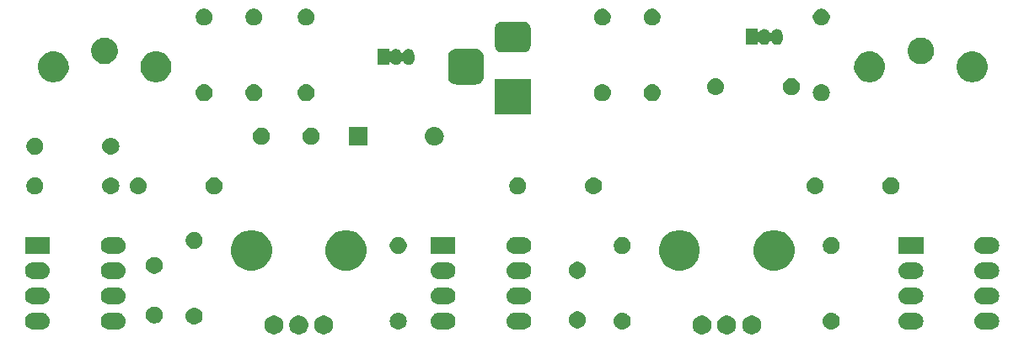
<source format=gbr>
G04 #@! TF.GenerationSoftware,KiCad,Pcbnew,(5.1.4-0-10_14)*
G04 #@! TF.CreationDate,2020-06-13T20:06:02+02:00*
G04 #@! TF.ProjectId,two_comparator_effect,74776f5f-636f-46d7-9061-7261746f725f,rev?*
G04 #@! TF.SameCoordinates,Original*
G04 #@! TF.FileFunction,Soldermask,Top*
G04 #@! TF.FilePolarity,Negative*
%FSLAX46Y46*%
G04 Gerber Fmt 4.6, Leading zero omitted, Abs format (unit mm)*
G04 Created by KiCad (PCBNEW (5.1.4-0-10_14)) date 2020-06-13 20:06:02*
%MOMM*%
%LPD*%
G04 APERTURE LIST*
%ADD10C,0.100000*%
G04 APERTURE END LIST*
D10*
G36*
X164277395Y-77085546D02*
G01*
X164450466Y-77157234D01*
X164450467Y-77157235D01*
X164606227Y-77261310D01*
X164738690Y-77393773D01*
X164738691Y-77393775D01*
X164842766Y-77549534D01*
X164914454Y-77722605D01*
X164951000Y-77906333D01*
X164951000Y-78093667D01*
X164914454Y-78277395D01*
X164842766Y-78450466D01*
X164791081Y-78527818D01*
X164738690Y-78606227D01*
X164606227Y-78738690D01*
X164527818Y-78791081D01*
X164450466Y-78842766D01*
X164277395Y-78914454D01*
X164093667Y-78951000D01*
X163906333Y-78951000D01*
X163722605Y-78914454D01*
X163549534Y-78842766D01*
X163472182Y-78791081D01*
X163393773Y-78738690D01*
X163261310Y-78606227D01*
X163208919Y-78527818D01*
X163157234Y-78450466D01*
X163085546Y-78277395D01*
X163049000Y-78093667D01*
X163049000Y-77906333D01*
X163085546Y-77722605D01*
X163157234Y-77549534D01*
X163261309Y-77393775D01*
X163261310Y-77393773D01*
X163393773Y-77261310D01*
X163549533Y-77157235D01*
X163549534Y-77157234D01*
X163722605Y-77085546D01*
X163906333Y-77049000D01*
X164093667Y-77049000D01*
X164277395Y-77085546D01*
X164277395Y-77085546D01*
G37*
G36*
X161777395Y-77085546D02*
G01*
X161950466Y-77157234D01*
X161950467Y-77157235D01*
X162106227Y-77261310D01*
X162238690Y-77393773D01*
X162238691Y-77393775D01*
X162342766Y-77549534D01*
X162414454Y-77722605D01*
X162451000Y-77906333D01*
X162451000Y-78093667D01*
X162414454Y-78277395D01*
X162342766Y-78450466D01*
X162291081Y-78527818D01*
X162238690Y-78606227D01*
X162106227Y-78738690D01*
X162027818Y-78791081D01*
X161950466Y-78842766D01*
X161777395Y-78914454D01*
X161593667Y-78951000D01*
X161406333Y-78951000D01*
X161222605Y-78914454D01*
X161049534Y-78842766D01*
X160972182Y-78791081D01*
X160893773Y-78738690D01*
X160761310Y-78606227D01*
X160708919Y-78527818D01*
X160657234Y-78450466D01*
X160585546Y-78277395D01*
X160549000Y-78093667D01*
X160549000Y-77906333D01*
X160585546Y-77722605D01*
X160657234Y-77549534D01*
X160761309Y-77393775D01*
X160761310Y-77393773D01*
X160893773Y-77261310D01*
X161049533Y-77157235D01*
X161049534Y-77157234D01*
X161222605Y-77085546D01*
X161406333Y-77049000D01*
X161593667Y-77049000D01*
X161777395Y-77085546D01*
X161777395Y-77085546D01*
G37*
G36*
X159277395Y-77085546D02*
G01*
X159450466Y-77157234D01*
X159450467Y-77157235D01*
X159606227Y-77261310D01*
X159738690Y-77393773D01*
X159738691Y-77393775D01*
X159842766Y-77549534D01*
X159914454Y-77722605D01*
X159951000Y-77906333D01*
X159951000Y-78093667D01*
X159914454Y-78277395D01*
X159842766Y-78450466D01*
X159791081Y-78527818D01*
X159738690Y-78606227D01*
X159606227Y-78738690D01*
X159527818Y-78791081D01*
X159450466Y-78842766D01*
X159277395Y-78914454D01*
X159093667Y-78951000D01*
X158906333Y-78951000D01*
X158722605Y-78914454D01*
X158549534Y-78842766D01*
X158472182Y-78791081D01*
X158393773Y-78738690D01*
X158261310Y-78606227D01*
X158208919Y-78527818D01*
X158157234Y-78450466D01*
X158085546Y-78277395D01*
X158049000Y-78093667D01*
X158049000Y-77906333D01*
X158085546Y-77722605D01*
X158157234Y-77549534D01*
X158261309Y-77393775D01*
X158261310Y-77393773D01*
X158393773Y-77261310D01*
X158549533Y-77157235D01*
X158549534Y-77157234D01*
X158722605Y-77085546D01*
X158906333Y-77049000D01*
X159093667Y-77049000D01*
X159277395Y-77085546D01*
X159277395Y-77085546D01*
G37*
G36*
X121277395Y-77085546D02*
G01*
X121450466Y-77157234D01*
X121450467Y-77157235D01*
X121606227Y-77261310D01*
X121738690Y-77393773D01*
X121738691Y-77393775D01*
X121842766Y-77549534D01*
X121914454Y-77722605D01*
X121951000Y-77906333D01*
X121951000Y-78093667D01*
X121914454Y-78277395D01*
X121842766Y-78450466D01*
X121791081Y-78527818D01*
X121738690Y-78606227D01*
X121606227Y-78738690D01*
X121527818Y-78791081D01*
X121450466Y-78842766D01*
X121277395Y-78914454D01*
X121093667Y-78951000D01*
X120906333Y-78951000D01*
X120722605Y-78914454D01*
X120549534Y-78842766D01*
X120472182Y-78791081D01*
X120393773Y-78738690D01*
X120261310Y-78606227D01*
X120208919Y-78527818D01*
X120157234Y-78450466D01*
X120085546Y-78277395D01*
X120049000Y-78093667D01*
X120049000Y-77906333D01*
X120085546Y-77722605D01*
X120157234Y-77549534D01*
X120261309Y-77393775D01*
X120261310Y-77393773D01*
X120393773Y-77261310D01*
X120549533Y-77157235D01*
X120549534Y-77157234D01*
X120722605Y-77085546D01*
X120906333Y-77049000D01*
X121093667Y-77049000D01*
X121277395Y-77085546D01*
X121277395Y-77085546D01*
G37*
G36*
X118777395Y-77085546D02*
G01*
X118950466Y-77157234D01*
X118950467Y-77157235D01*
X119106227Y-77261310D01*
X119238690Y-77393773D01*
X119238691Y-77393775D01*
X119342766Y-77549534D01*
X119414454Y-77722605D01*
X119451000Y-77906333D01*
X119451000Y-78093667D01*
X119414454Y-78277395D01*
X119342766Y-78450466D01*
X119291081Y-78527818D01*
X119238690Y-78606227D01*
X119106227Y-78738690D01*
X119027818Y-78791081D01*
X118950466Y-78842766D01*
X118777395Y-78914454D01*
X118593667Y-78951000D01*
X118406333Y-78951000D01*
X118222605Y-78914454D01*
X118049534Y-78842766D01*
X117972182Y-78791081D01*
X117893773Y-78738690D01*
X117761310Y-78606227D01*
X117708919Y-78527818D01*
X117657234Y-78450466D01*
X117585546Y-78277395D01*
X117549000Y-78093667D01*
X117549000Y-77906333D01*
X117585546Y-77722605D01*
X117657234Y-77549534D01*
X117761309Y-77393775D01*
X117761310Y-77393773D01*
X117893773Y-77261310D01*
X118049533Y-77157235D01*
X118049534Y-77157234D01*
X118222605Y-77085546D01*
X118406333Y-77049000D01*
X118593667Y-77049000D01*
X118777395Y-77085546D01*
X118777395Y-77085546D01*
G37*
G36*
X116277395Y-77085546D02*
G01*
X116450466Y-77157234D01*
X116450467Y-77157235D01*
X116606227Y-77261310D01*
X116738690Y-77393773D01*
X116738691Y-77393775D01*
X116842766Y-77549534D01*
X116914454Y-77722605D01*
X116951000Y-77906333D01*
X116951000Y-78093667D01*
X116914454Y-78277395D01*
X116842766Y-78450466D01*
X116791081Y-78527818D01*
X116738690Y-78606227D01*
X116606227Y-78738690D01*
X116527818Y-78791081D01*
X116450466Y-78842766D01*
X116277395Y-78914454D01*
X116093667Y-78951000D01*
X115906333Y-78951000D01*
X115722605Y-78914454D01*
X115549534Y-78842766D01*
X115472182Y-78791081D01*
X115393773Y-78738690D01*
X115261310Y-78606227D01*
X115208919Y-78527818D01*
X115157234Y-78450466D01*
X115085546Y-78277395D01*
X115049000Y-78093667D01*
X115049000Y-77906333D01*
X115085546Y-77722605D01*
X115157234Y-77549534D01*
X115261309Y-77393775D01*
X115261310Y-77393773D01*
X115393773Y-77261310D01*
X115549533Y-77157235D01*
X115549534Y-77157234D01*
X115722605Y-77085546D01*
X115906333Y-77049000D01*
X116093667Y-77049000D01*
X116277395Y-77085546D01*
X116277395Y-77085546D01*
G37*
G36*
X128666823Y-76781313D02*
G01*
X128827242Y-76829976D01*
X128959906Y-76900886D01*
X128975078Y-76908996D01*
X129104659Y-77015341D01*
X129211004Y-77144922D01*
X129211005Y-77144924D01*
X129290024Y-77292758D01*
X129338687Y-77453177D01*
X129355117Y-77620000D01*
X129338687Y-77786823D01*
X129290024Y-77947242D01*
X129219114Y-78079906D01*
X129211004Y-78095078D01*
X129104659Y-78224659D01*
X128975078Y-78331004D01*
X128975076Y-78331005D01*
X128827242Y-78410024D01*
X128666823Y-78458687D01*
X128541804Y-78471000D01*
X128458196Y-78471000D01*
X128333177Y-78458687D01*
X128172758Y-78410024D01*
X128024924Y-78331005D01*
X128024922Y-78331004D01*
X127895341Y-78224659D01*
X127788996Y-78095078D01*
X127780886Y-78079906D01*
X127709976Y-77947242D01*
X127661313Y-77786823D01*
X127644883Y-77620000D01*
X127661313Y-77453177D01*
X127709976Y-77292758D01*
X127788995Y-77144924D01*
X127788996Y-77144922D01*
X127895341Y-77015341D01*
X128024922Y-76908996D01*
X128040094Y-76900886D01*
X128172758Y-76829976D01*
X128333177Y-76781313D01*
X128458196Y-76769000D01*
X128541804Y-76769000D01*
X128666823Y-76781313D01*
X128666823Y-76781313D01*
G37*
G36*
X100436823Y-76781313D02*
G01*
X100597242Y-76829976D01*
X100729906Y-76900886D01*
X100745078Y-76908996D01*
X100874659Y-77015341D01*
X100981004Y-77144922D01*
X100981005Y-77144924D01*
X101060024Y-77292758D01*
X101108687Y-77453177D01*
X101125117Y-77620000D01*
X101108687Y-77786823D01*
X101060024Y-77947242D01*
X100989114Y-78079906D01*
X100981004Y-78095078D01*
X100874659Y-78224659D01*
X100745078Y-78331004D01*
X100745076Y-78331005D01*
X100597242Y-78410024D01*
X100436823Y-78458687D01*
X100311804Y-78471000D01*
X99428196Y-78471000D01*
X99303177Y-78458687D01*
X99142758Y-78410024D01*
X98994924Y-78331005D01*
X98994922Y-78331004D01*
X98865341Y-78224659D01*
X98758996Y-78095078D01*
X98750886Y-78079906D01*
X98679976Y-77947242D01*
X98631313Y-77786823D01*
X98614883Y-77620000D01*
X98631313Y-77453177D01*
X98679976Y-77292758D01*
X98758995Y-77144924D01*
X98758996Y-77144922D01*
X98865341Y-77015341D01*
X98994922Y-76908996D01*
X99010094Y-76900886D01*
X99142758Y-76829976D01*
X99303177Y-76781313D01*
X99428196Y-76769000D01*
X100311804Y-76769000D01*
X100436823Y-76781313D01*
X100436823Y-76781313D01*
G37*
G36*
X92816823Y-76781313D02*
G01*
X92977242Y-76829976D01*
X93109906Y-76900886D01*
X93125078Y-76908996D01*
X93254659Y-77015341D01*
X93361004Y-77144922D01*
X93361005Y-77144924D01*
X93440024Y-77292758D01*
X93488687Y-77453177D01*
X93505117Y-77620000D01*
X93488687Y-77786823D01*
X93440024Y-77947242D01*
X93369114Y-78079906D01*
X93361004Y-78095078D01*
X93254659Y-78224659D01*
X93125078Y-78331004D01*
X93125076Y-78331005D01*
X92977242Y-78410024D01*
X92816823Y-78458687D01*
X92691804Y-78471000D01*
X91808196Y-78471000D01*
X91683177Y-78458687D01*
X91522758Y-78410024D01*
X91374924Y-78331005D01*
X91374922Y-78331004D01*
X91245341Y-78224659D01*
X91138996Y-78095078D01*
X91130886Y-78079906D01*
X91059976Y-77947242D01*
X91011313Y-77786823D01*
X90994883Y-77620000D01*
X91011313Y-77453177D01*
X91059976Y-77292758D01*
X91138995Y-77144924D01*
X91138996Y-77144922D01*
X91245341Y-77015341D01*
X91374922Y-76908996D01*
X91390094Y-76900886D01*
X91522758Y-76829976D01*
X91683177Y-76781313D01*
X91808196Y-76769000D01*
X92691804Y-76769000D01*
X92816823Y-76781313D01*
X92816823Y-76781313D01*
G37*
G36*
X188186823Y-76781313D02*
G01*
X188347242Y-76829976D01*
X188479906Y-76900886D01*
X188495078Y-76908996D01*
X188624659Y-77015341D01*
X188731004Y-77144922D01*
X188731005Y-77144924D01*
X188810024Y-77292758D01*
X188858687Y-77453177D01*
X188875117Y-77620000D01*
X188858687Y-77786823D01*
X188810024Y-77947242D01*
X188739114Y-78079906D01*
X188731004Y-78095078D01*
X188624659Y-78224659D01*
X188495078Y-78331004D01*
X188495076Y-78331005D01*
X188347242Y-78410024D01*
X188186823Y-78458687D01*
X188061804Y-78471000D01*
X187178196Y-78471000D01*
X187053177Y-78458687D01*
X186892758Y-78410024D01*
X186744924Y-78331005D01*
X186744922Y-78331004D01*
X186615341Y-78224659D01*
X186508996Y-78095078D01*
X186500886Y-78079906D01*
X186429976Y-77947242D01*
X186381313Y-77786823D01*
X186364883Y-77620000D01*
X186381313Y-77453177D01*
X186429976Y-77292758D01*
X186508995Y-77144924D01*
X186508996Y-77144922D01*
X186615341Y-77015341D01*
X186744922Y-76908996D01*
X186760094Y-76900886D01*
X186892758Y-76829976D01*
X187053177Y-76781313D01*
X187178196Y-76769000D01*
X188061804Y-76769000D01*
X188186823Y-76781313D01*
X188186823Y-76781313D01*
G37*
G36*
X180566823Y-76781313D02*
G01*
X180727242Y-76829976D01*
X180859906Y-76900886D01*
X180875078Y-76908996D01*
X181004659Y-77015341D01*
X181111004Y-77144922D01*
X181111005Y-77144924D01*
X181190024Y-77292758D01*
X181238687Y-77453177D01*
X181255117Y-77620000D01*
X181238687Y-77786823D01*
X181190024Y-77947242D01*
X181119114Y-78079906D01*
X181111004Y-78095078D01*
X181004659Y-78224659D01*
X180875078Y-78331004D01*
X180875076Y-78331005D01*
X180727242Y-78410024D01*
X180566823Y-78458687D01*
X180441804Y-78471000D01*
X179558196Y-78471000D01*
X179433177Y-78458687D01*
X179272758Y-78410024D01*
X179124924Y-78331005D01*
X179124922Y-78331004D01*
X178995341Y-78224659D01*
X178888996Y-78095078D01*
X178880886Y-78079906D01*
X178809976Y-77947242D01*
X178761313Y-77786823D01*
X178744883Y-77620000D01*
X178761313Y-77453177D01*
X178809976Y-77292758D01*
X178888995Y-77144924D01*
X178888996Y-77144922D01*
X178995341Y-77015341D01*
X179124922Y-76908996D01*
X179140094Y-76900886D01*
X179272758Y-76829976D01*
X179433177Y-76781313D01*
X179558196Y-76769000D01*
X180441804Y-76769000D01*
X180566823Y-76781313D01*
X180566823Y-76781313D01*
G37*
G36*
X172166823Y-76781313D02*
G01*
X172327242Y-76829976D01*
X172459906Y-76900886D01*
X172475078Y-76908996D01*
X172604659Y-77015341D01*
X172711004Y-77144922D01*
X172711005Y-77144924D01*
X172790024Y-77292758D01*
X172838687Y-77453177D01*
X172855117Y-77620000D01*
X172838687Y-77786823D01*
X172790024Y-77947242D01*
X172719114Y-78079906D01*
X172711004Y-78095078D01*
X172604659Y-78224659D01*
X172475078Y-78331004D01*
X172475076Y-78331005D01*
X172327242Y-78410024D01*
X172166823Y-78458687D01*
X172041804Y-78471000D01*
X171958196Y-78471000D01*
X171833177Y-78458687D01*
X171672758Y-78410024D01*
X171524924Y-78331005D01*
X171524922Y-78331004D01*
X171395341Y-78224659D01*
X171288996Y-78095078D01*
X171280886Y-78079906D01*
X171209976Y-77947242D01*
X171161313Y-77786823D01*
X171144883Y-77620000D01*
X171161313Y-77453177D01*
X171209976Y-77292758D01*
X171288995Y-77144924D01*
X171288996Y-77144922D01*
X171395341Y-77015341D01*
X171524922Y-76908996D01*
X171540094Y-76900886D01*
X171672758Y-76829976D01*
X171833177Y-76781313D01*
X171958196Y-76769000D01*
X172041804Y-76769000D01*
X172166823Y-76781313D01*
X172166823Y-76781313D01*
G37*
G36*
X151166823Y-76781313D02*
G01*
X151327242Y-76829976D01*
X151459906Y-76900886D01*
X151475078Y-76908996D01*
X151604659Y-77015341D01*
X151711004Y-77144922D01*
X151711005Y-77144924D01*
X151790024Y-77292758D01*
X151838687Y-77453177D01*
X151855117Y-77620000D01*
X151838687Y-77786823D01*
X151790024Y-77947242D01*
X151719114Y-78079906D01*
X151711004Y-78095078D01*
X151604659Y-78224659D01*
X151475078Y-78331004D01*
X151475076Y-78331005D01*
X151327242Y-78410024D01*
X151166823Y-78458687D01*
X151041804Y-78471000D01*
X150958196Y-78471000D01*
X150833177Y-78458687D01*
X150672758Y-78410024D01*
X150524924Y-78331005D01*
X150524922Y-78331004D01*
X150395341Y-78224659D01*
X150288996Y-78095078D01*
X150280886Y-78079906D01*
X150209976Y-77947242D01*
X150161313Y-77786823D01*
X150144883Y-77620000D01*
X150161313Y-77453177D01*
X150209976Y-77292758D01*
X150288995Y-77144924D01*
X150288996Y-77144922D01*
X150395341Y-77015341D01*
X150524922Y-76908996D01*
X150540094Y-76900886D01*
X150672758Y-76829976D01*
X150833177Y-76781313D01*
X150958196Y-76769000D01*
X151041804Y-76769000D01*
X151166823Y-76781313D01*
X151166823Y-76781313D01*
G37*
G36*
X141186823Y-76781313D02*
G01*
X141347242Y-76829976D01*
X141479906Y-76900886D01*
X141495078Y-76908996D01*
X141624659Y-77015341D01*
X141731004Y-77144922D01*
X141731005Y-77144924D01*
X141810024Y-77292758D01*
X141858687Y-77453177D01*
X141875117Y-77620000D01*
X141858687Y-77786823D01*
X141810024Y-77947242D01*
X141739114Y-78079906D01*
X141731004Y-78095078D01*
X141624659Y-78224659D01*
X141495078Y-78331004D01*
X141495076Y-78331005D01*
X141347242Y-78410024D01*
X141186823Y-78458687D01*
X141061804Y-78471000D01*
X140178196Y-78471000D01*
X140053177Y-78458687D01*
X139892758Y-78410024D01*
X139744924Y-78331005D01*
X139744922Y-78331004D01*
X139615341Y-78224659D01*
X139508996Y-78095078D01*
X139500886Y-78079906D01*
X139429976Y-77947242D01*
X139381313Y-77786823D01*
X139364883Y-77620000D01*
X139381313Y-77453177D01*
X139429976Y-77292758D01*
X139508995Y-77144924D01*
X139508996Y-77144922D01*
X139615341Y-77015341D01*
X139744922Y-76908996D01*
X139760094Y-76900886D01*
X139892758Y-76829976D01*
X140053177Y-76781313D01*
X140178196Y-76769000D01*
X141061804Y-76769000D01*
X141186823Y-76781313D01*
X141186823Y-76781313D01*
G37*
G36*
X133566823Y-76781313D02*
G01*
X133727242Y-76829976D01*
X133859906Y-76900886D01*
X133875078Y-76908996D01*
X134004659Y-77015341D01*
X134111004Y-77144922D01*
X134111005Y-77144924D01*
X134190024Y-77292758D01*
X134238687Y-77453177D01*
X134255117Y-77620000D01*
X134238687Y-77786823D01*
X134190024Y-77947242D01*
X134119114Y-78079906D01*
X134111004Y-78095078D01*
X134004659Y-78224659D01*
X133875078Y-78331004D01*
X133875076Y-78331005D01*
X133727242Y-78410024D01*
X133566823Y-78458687D01*
X133441804Y-78471000D01*
X132558196Y-78471000D01*
X132433177Y-78458687D01*
X132272758Y-78410024D01*
X132124924Y-78331005D01*
X132124922Y-78331004D01*
X131995341Y-78224659D01*
X131888996Y-78095078D01*
X131880886Y-78079906D01*
X131809976Y-77947242D01*
X131761313Y-77786823D01*
X131744883Y-77620000D01*
X131761313Y-77453177D01*
X131809976Y-77292758D01*
X131888995Y-77144924D01*
X131888996Y-77144922D01*
X131995341Y-77015341D01*
X132124922Y-76908996D01*
X132140094Y-76900886D01*
X132272758Y-76829976D01*
X132433177Y-76781313D01*
X132558196Y-76769000D01*
X133441804Y-76769000D01*
X133566823Y-76781313D01*
X133566823Y-76781313D01*
G37*
G36*
X146748228Y-76681703D02*
G01*
X146903100Y-76745853D01*
X147042481Y-76838985D01*
X147161015Y-76957519D01*
X147254147Y-77096900D01*
X147318297Y-77251772D01*
X147351000Y-77416184D01*
X147351000Y-77583816D01*
X147318297Y-77748228D01*
X147254147Y-77903100D01*
X147161015Y-78042481D01*
X147042481Y-78161015D01*
X146903100Y-78254147D01*
X146748228Y-78318297D01*
X146583816Y-78351000D01*
X146416184Y-78351000D01*
X146251772Y-78318297D01*
X146096900Y-78254147D01*
X145957519Y-78161015D01*
X145838985Y-78042481D01*
X145745853Y-77903100D01*
X145681703Y-77748228D01*
X145649000Y-77583816D01*
X145649000Y-77416184D01*
X145681703Y-77251772D01*
X145745853Y-77096900D01*
X145838985Y-76957519D01*
X145957519Y-76838985D01*
X146096900Y-76745853D01*
X146251772Y-76681703D01*
X146416184Y-76649000D01*
X146583816Y-76649000D01*
X146748228Y-76681703D01*
X146748228Y-76681703D01*
G37*
G36*
X108166823Y-76281313D02*
G01*
X108327242Y-76329976D01*
X108459906Y-76400886D01*
X108475078Y-76408996D01*
X108604659Y-76515341D01*
X108711004Y-76644922D01*
X108711005Y-76644924D01*
X108790024Y-76792758D01*
X108838687Y-76953177D01*
X108855117Y-77120000D01*
X108838687Y-77286823D01*
X108790024Y-77447242D01*
X108735348Y-77549533D01*
X108711004Y-77595078D01*
X108604659Y-77724659D01*
X108475078Y-77831004D01*
X108475076Y-77831005D01*
X108327242Y-77910024D01*
X108166823Y-77958687D01*
X108041804Y-77971000D01*
X107958196Y-77971000D01*
X107833177Y-77958687D01*
X107672758Y-77910024D01*
X107524924Y-77831005D01*
X107524922Y-77831004D01*
X107395341Y-77724659D01*
X107288996Y-77595078D01*
X107264652Y-77549533D01*
X107209976Y-77447242D01*
X107161313Y-77286823D01*
X107144883Y-77120000D01*
X107161313Y-76953177D01*
X107209976Y-76792758D01*
X107288995Y-76644924D01*
X107288996Y-76644922D01*
X107395341Y-76515341D01*
X107524922Y-76408996D01*
X107540094Y-76400886D01*
X107672758Y-76329976D01*
X107833177Y-76281313D01*
X107958196Y-76269000D01*
X108041804Y-76269000D01*
X108166823Y-76281313D01*
X108166823Y-76281313D01*
G37*
G36*
X104248228Y-76181703D02*
G01*
X104403100Y-76245853D01*
X104542481Y-76338985D01*
X104661015Y-76457519D01*
X104754147Y-76596900D01*
X104818297Y-76751772D01*
X104851000Y-76916184D01*
X104851000Y-77083816D01*
X104818297Y-77248228D01*
X104754147Y-77403100D01*
X104661015Y-77542481D01*
X104542481Y-77661015D01*
X104403100Y-77754147D01*
X104248228Y-77818297D01*
X104083816Y-77851000D01*
X103916184Y-77851000D01*
X103751772Y-77818297D01*
X103596900Y-77754147D01*
X103457519Y-77661015D01*
X103338985Y-77542481D01*
X103245853Y-77403100D01*
X103181703Y-77248228D01*
X103149000Y-77083816D01*
X103149000Y-76916184D01*
X103181703Y-76751772D01*
X103245853Y-76596900D01*
X103338985Y-76457519D01*
X103457519Y-76338985D01*
X103596900Y-76245853D01*
X103751772Y-76181703D01*
X103916184Y-76149000D01*
X104083816Y-76149000D01*
X104248228Y-76181703D01*
X104248228Y-76181703D01*
G37*
G36*
X100436823Y-74241313D02*
G01*
X100597242Y-74289976D01*
X100729906Y-74360886D01*
X100745078Y-74368996D01*
X100874659Y-74475341D01*
X100981004Y-74604922D01*
X100981005Y-74604924D01*
X101060024Y-74752758D01*
X101108687Y-74913177D01*
X101125117Y-75080000D01*
X101108687Y-75246823D01*
X101060024Y-75407242D01*
X100989114Y-75539906D01*
X100981004Y-75555078D01*
X100874659Y-75684659D01*
X100745078Y-75791004D01*
X100745076Y-75791005D01*
X100597242Y-75870024D01*
X100436823Y-75918687D01*
X100311804Y-75931000D01*
X99428196Y-75931000D01*
X99303177Y-75918687D01*
X99142758Y-75870024D01*
X98994924Y-75791005D01*
X98994922Y-75791004D01*
X98865341Y-75684659D01*
X98758996Y-75555078D01*
X98750886Y-75539906D01*
X98679976Y-75407242D01*
X98631313Y-75246823D01*
X98614883Y-75080000D01*
X98631313Y-74913177D01*
X98679976Y-74752758D01*
X98758995Y-74604924D01*
X98758996Y-74604922D01*
X98865341Y-74475341D01*
X98994922Y-74368996D01*
X99010094Y-74360886D01*
X99142758Y-74289976D01*
X99303177Y-74241313D01*
X99428196Y-74229000D01*
X100311804Y-74229000D01*
X100436823Y-74241313D01*
X100436823Y-74241313D01*
G37*
G36*
X133566823Y-74241313D02*
G01*
X133727242Y-74289976D01*
X133859906Y-74360886D01*
X133875078Y-74368996D01*
X134004659Y-74475341D01*
X134111004Y-74604922D01*
X134111005Y-74604924D01*
X134190024Y-74752758D01*
X134238687Y-74913177D01*
X134255117Y-75080000D01*
X134238687Y-75246823D01*
X134190024Y-75407242D01*
X134119114Y-75539906D01*
X134111004Y-75555078D01*
X134004659Y-75684659D01*
X133875078Y-75791004D01*
X133875076Y-75791005D01*
X133727242Y-75870024D01*
X133566823Y-75918687D01*
X133441804Y-75931000D01*
X132558196Y-75931000D01*
X132433177Y-75918687D01*
X132272758Y-75870024D01*
X132124924Y-75791005D01*
X132124922Y-75791004D01*
X131995341Y-75684659D01*
X131888996Y-75555078D01*
X131880886Y-75539906D01*
X131809976Y-75407242D01*
X131761313Y-75246823D01*
X131744883Y-75080000D01*
X131761313Y-74913177D01*
X131809976Y-74752758D01*
X131888995Y-74604924D01*
X131888996Y-74604922D01*
X131995341Y-74475341D01*
X132124922Y-74368996D01*
X132140094Y-74360886D01*
X132272758Y-74289976D01*
X132433177Y-74241313D01*
X132558196Y-74229000D01*
X133441804Y-74229000D01*
X133566823Y-74241313D01*
X133566823Y-74241313D01*
G37*
G36*
X188186823Y-74241313D02*
G01*
X188347242Y-74289976D01*
X188479906Y-74360886D01*
X188495078Y-74368996D01*
X188624659Y-74475341D01*
X188731004Y-74604922D01*
X188731005Y-74604924D01*
X188810024Y-74752758D01*
X188858687Y-74913177D01*
X188875117Y-75080000D01*
X188858687Y-75246823D01*
X188810024Y-75407242D01*
X188739114Y-75539906D01*
X188731004Y-75555078D01*
X188624659Y-75684659D01*
X188495078Y-75791004D01*
X188495076Y-75791005D01*
X188347242Y-75870024D01*
X188186823Y-75918687D01*
X188061804Y-75931000D01*
X187178196Y-75931000D01*
X187053177Y-75918687D01*
X186892758Y-75870024D01*
X186744924Y-75791005D01*
X186744922Y-75791004D01*
X186615341Y-75684659D01*
X186508996Y-75555078D01*
X186500886Y-75539906D01*
X186429976Y-75407242D01*
X186381313Y-75246823D01*
X186364883Y-75080000D01*
X186381313Y-74913177D01*
X186429976Y-74752758D01*
X186508995Y-74604924D01*
X186508996Y-74604922D01*
X186615341Y-74475341D01*
X186744922Y-74368996D01*
X186760094Y-74360886D01*
X186892758Y-74289976D01*
X187053177Y-74241313D01*
X187178196Y-74229000D01*
X188061804Y-74229000D01*
X188186823Y-74241313D01*
X188186823Y-74241313D01*
G37*
G36*
X180566823Y-74241313D02*
G01*
X180727242Y-74289976D01*
X180859906Y-74360886D01*
X180875078Y-74368996D01*
X181004659Y-74475341D01*
X181111004Y-74604922D01*
X181111005Y-74604924D01*
X181190024Y-74752758D01*
X181238687Y-74913177D01*
X181255117Y-75080000D01*
X181238687Y-75246823D01*
X181190024Y-75407242D01*
X181119114Y-75539906D01*
X181111004Y-75555078D01*
X181004659Y-75684659D01*
X180875078Y-75791004D01*
X180875076Y-75791005D01*
X180727242Y-75870024D01*
X180566823Y-75918687D01*
X180441804Y-75931000D01*
X179558196Y-75931000D01*
X179433177Y-75918687D01*
X179272758Y-75870024D01*
X179124924Y-75791005D01*
X179124922Y-75791004D01*
X178995341Y-75684659D01*
X178888996Y-75555078D01*
X178880886Y-75539906D01*
X178809976Y-75407242D01*
X178761313Y-75246823D01*
X178744883Y-75080000D01*
X178761313Y-74913177D01*
X178809976Y-74752758D01*
X178888995Y-74604924D01*
X178888996Y-74604922D01*
X178995341Y-74475341D01*
X179124922Y-74368996D01*
X179140094Y-74360886D01*
X179272758Y-74289976D01*
X179433177Y-74241313D01*
X179558196Y-74229000D01*
X180441804Y-74229000D01*
X180566823Y-74241313D01*
X180566823Y-74241313D01*
G37*
G36*
X141186823Y-74241313D02*
G01*
X141347242Y-74289976D01*
X141479906Y-74360886D01*
X141495078Y-74368996D01*
X141624659Y-74475341D01*
X141731004Y-74604922D01*
X141731005Y-74604924D01*
X141810024Y-74752758D01*
X141858687Y-74913177D01*
X141875117Y-75080000D01*
X141858687Y-75246823D01*
X141810024Y-75407242D01*
X141739114Y-75539906D01*
X141731004Y-75555078D01*
X141624659Y-75684659D01*
X141495078Y-75791004D01*
X141495076Y-75791005D01*
X141347242Y-75870024D01*
X141186823Y-75918687D01*
X141061804Y-75931000D01*
X140178196Y-75931000D01*
X140053177Y-75918687D01*
X139892758Y-75870024D01*
X139744924Y-75791005D01*
X139744922Y-75791004D01*
X139615341Y-75684659D01*
X139508996Y-75555078D01*
X139500886Y-75539906D01*
X139429976Y-75407242D01*
X139381313Y-75246823D01*
X139364883Y-75080000D01*
X139381313Y-74913177D01*
X139429976Y-74752758D01*
X139508995Y-74604924D01*
X139508996Y-74604922D01*
X139615341Y-74475341D01*
X139744922Y-74368996D01*
X139760094Y-74360886D01*
X139892758Y-74289976D01*
X140053177Y-74241313D01*
X140178196Y-74229000D01*
X141061804Y-74229000D01*
X141186823Y-74241313D01*
X141186823Y-74241313D01*
G37*
G36*
X92816823Y-74241313D02*
G01*
X92977242Y-74289976D01*
X93109906Y-74360886D01*
X93125078Y-74368996D01*
X93254659Y-74475341D01*
X93361004Y-74604922D01*
X93361005Y-74604924D01*
X93440024Y-74752758D01*
X93488687Y-74913177D01*
X93505117Y-75080000D01*
X93488687Y-75246823D01*
X93440024Y-75407242D01*
X93369114Y-75539906D01*
X93361004Y-75555078D01*
X93254659Y-75684659D01*
X93125078Y-75791004D01*
X93125076Y-75791005D01*
X92977242Y-75870024D01*
X92816823Y-75918687D01*
X92691804Y-75931000D01*
X91808196Y-75931000D01*
X91683177Y-75918687D01*
X91522758Y-75870024D01*
X91374924Y-75791005D01*
X91374922Y-75791004D01*
X91245341Y-75684659D01*
X91138996Y-75555078D01*
X91130886Y-75539906D01*
X91059976Y-75407242D01*
X91011313Y-75246823D01*
X90994883Y-75080000D01*
X91011313Y-74913177D01*
X91059976Y-74752758D01*
X91138995Y-74604924D01*
X91138996Y-74604922D01*
X91245341Y-74475341D01*
X91374922Y-74368996D01*
X91390094Y-74360886D01*
X91522758Y-74289976D01*
X91683177Y-74241313D01*
X91808196Y-74229000D01*
X92691804Y-74229000D01*
X92816823Y-74241313D01*
X92816823Y-74241313D01*
G37*
G36*
X100436823Y-71701313D02*
G01*
X100567380Y-71740917D01*
X100583651Y-71745853D01*
X100597242Y-71749976D01*
X100704742Y-71807436D01*
X100745078Y-71828996D01*
X100874659Y-71935341D01*
X100981004Y-72064922D01*
X100981005Y-72064924D01*
X101060024Y-72212758D01*
X101108687Y-72373177D01*
X101125117Y-72540000D01*
X101108687Y-72706823D01*
X101060024Y-72867242D01*
X101040859Y-72903097D01*
X100981004Y-73015078D01*
X100874659Y-73144659D01*
X100745078Y-73251004D01*
X100745076Y-73251005D01*
X100597242Y-73330024D01*
X100436823Y-73378687D01*
X100311804Y-73391000D01*
X99428196Y-73391000D01*
X99303177Y-73378687D01*
X99142758Y-73330024D01*
X98994924Y-73251005D01*
X98994922Y-73251004D01*
X98865341Y-73144659D01*
X98758996Y-73015078D01*
X98699141Y-72903097D01*
X98679976Y-72867242D01*
X98631313Y-72706823D01*
X98614883Y-72540000D01*
X98631313Y-72373177D01*
X98679976Y-72212758D01*
X98758995Y-72064924D01*
X98758996Y-72064922D01*
X98865341Y-71935341D01*
X98994922Y-71828996D01*
X99035258Y-71807436D01*
X99142758Y-71749976D01*
X99156350Y-71745853D01*
X99172620Y-71740917D01*
X99303177Y-71701313D01*
X99428196Y-71689000D01*
X100311804Y-71689000D01*
X100436823Y-71701313D01*
X100436823Y-71701313D01*
G37*
G36*
X92816823Y-71701313D02*
G01*
X92947380Y-71740917D01*
X92963651Y-71745853D01*
X92977242Y-71749976D01*
X93084742Y-71807436D01*
X93125078Y-71828996D01*
X93254659Y-71935341D01*
X93361004Y-72064922D01*
X93361005Y-72064924D01*
X93440024Y-72212758D01*
X93488687Y-72373177D01*
X93505117Y-72540000D01*
X93488687Y-72706823D01*
X93440024Y-72867242D01*
X93420859Y-72903097D01*
X93361004Y-73015078D01*
X93254659Y-73144659D01*
X93125078Y-73251004D01*
X93125076Y-73251005D01*
X92977242Y-73330024D01*
X92816823Y-73378687D01*
X92691804Y-73391000D01*
X91808196Y-73391000D01*
X91683177Y-73378687D01*
X91522758Y-73330024D01*
X91374924Y-73251005D01*
X91374922Y-73251004D01*
X91245341Y-73144659D01*
X91138996Y-73015078D01*
X91079141Y-72903097D01*
X91059976Y-72867242D01*
X91011313Y-72706823D01*
X90994883Y-72540000D01*
X91011313Y-72373177D01*
X91059976Y-72212758D01*
X91138995Y-72064924D01*
X91138996Y-72064922D01*
X91245341Y-71935341D01*
X91374922Y-71828996D01*
X91415258Y-71807436D01*
X91522758Y-71749976D01*
X91536350Y-71745853D01*
X91552620Y-71740917D01*
X91683177Y-71701313D01*
X91808196Y-71689000D01*
X92691804Y-71689000D01*
X92816823Y-71701313D01*
X92816823Y-71701313D01*
G37*
G36*
X180566823Y-71701313D02*
G01*
X180697380Y-71740917D01*
X180713651Y-71745853D01*
X180727242Y-71749976D01*
X180834742Y-71807436D01*
X180875078Y-71828996D01*
X181004659Y-71935341D01*
X181111004Y-72064922D01*
X181111005Y-72064924D01*
X181190024Y-72212758D01*
X181238687Y-72373177D01*
X181255117Y-72540000D01*
X181238687Y-72706823D01*
X181190024Y-72867242D01*
X181170859Y-72903097D01*
X181111004Y-73015078D01*
X181004659Y-73144659D01*
X180875078Y-73251004D01*
X180875076Y-73251005D01*
X180727242Y-73330024D01*
X180566823Y-73378687D01*
X180441804Y-73391000D01*
X179558196Y-73391000D01*
X179433177Y-73378687D01*
X179272758Y-73330024D01*
X179124924Y-73251005D01*
X179124922Y-73251004D01*
X178995341Y-73144659D01*
X178888996Y-73015078D01*
X178829141Y-72903097D01*
X178809976Y-72867242D01*
X178761313Y-72706823D01*
X178744883Y-72540000D01*
X178761313Y-72373177D01*
X178809976Y-72212758D01*
X178888995Y-72064924D01*
X178888996Y-72064922D01*
X178995341Y-71935341D01*
X179124922Y-71828996D01*
X179165258Y-71807436D01*
X179272758Y-71749976D01*
X179286350Y-71745853D01*
X179302620Y-71740917D01*
X179433177Y-71701313D01*
X179558196Y-71689000D01*
X180441804Y-71689000D01*
X180566823Y-71701313D01*
X180566823Y-71701313D01*
G37*
G36*
X188186823Y-71701313D02*
G01*
X188317380Y-71740917D01*
X188333651Y-71745853D01*
X188347242Y-71749976D01*
X188454742Y-71807436D01*
X188495078Y-71828996D01*
X188624659Y-71935341D01*
X188731004Y-72064922D01*
X188731005Y-72064924D01*
X188810024Y-72212758D01*
X188858687Y-72373177D01*
X188875117Y-72540000D01*
X188858687Y-72706823D01*
X188810024Y-72867242D01*
X188790859Y-72903097D01*
X188731004Y-73015078D01*
X188624659Y-73144659D01*
X188495078Y-73251004D01*
X188495076Y-73251005D01*
X188347242Y-73330024D01*
X188186823Y-73378687D01*
X188061804Y-73391000D01*
X187178196Y-73391000D01*
X187053177Y-73378687D01*
X186892758Y-73330024D01*
X186744924Y-73251005D01*
X186744922Y-73251004D01*
X186615341Y-73144659D01*
X186508996Y-73015078D01*
X186449141Y-72903097D01*
X186429976Y-72867242D01*
X186381313Y-72706823D01*
X186364883Y-72540000D01*
X186381313Y-72373177D01*
X186429976Y-72212758D01*
X186508995Y-72064924D01*
X186508996Y-72064922D01*
X186615341Y-71935341D01*
X186744922Y-71828996D01*
X186785258Y-71807436D01*
X186892758Y-71749976D01*
X186906350Y-71745853D01*
X186922620Y-71740917D01*
X187053177Y-71701313D01*
X187178196Y-71689000D01*
X188061804Y-71689000D01*
X188186823Y-71701313D01*
X188186823Y-71701313D01*
G37*
G36*
X141186823Y-71701313D02*
G01*
X141317380Y-71740917D01*
X141333651Y-71745853D01*
X141347242Y-71749976D01*
X141454742Y-71807436D01*
X141495078Y-71828996D01*
X141624659Y-71935341D01*
X141731004Y-72064922D01*
X141731005Y-72064924D01*
X141810024Y-72212758D01*
X141858687Y-72373177D01*
X141875117Y-72540000D01*
X141858687Y-72706823D01*
X141810024Y-72867242D01*
X141790859Y-72903097D01*
X141731004Y-73015078D01*
X141624659Y-73144659D01*
X141495078Y-73251004D01*
X141495076Y-73251005D01*
X141347242Y-73330024D01*
X141186823Y-73378687D01*
X141061804Y-73391000D01*
X140178196Y-73391000D01*
X140053177Y-73378687D01*
X139892758Y-73330024D01*
X139744924Y-73251005D01*
X139744922Y-73251004D01*
X139615341Y-73144659D01*
X139508996Y-73015078D01*
X139449141Y-72903097D01*
X139429976Y-72867242D01*
X139381313Y-72706823D01*
X139364883Y-72540000D01*
X139381313Y-72373177D01*
X139429976Y-72212758D01*
X139508995Y-72064924D01*
X139508996Y-72064922D01*
X139615341Y-71935341D01*
X139744922Y-71828996D01*
X139785258Y-71807436D01*
X139892758Y-71749976D01*
X139906350Y-71745853D01*
X139922620Y-71740917D01*
X140053177Y-71701313D01*
X140178196Y-71689000D01*
X141061804Y-71689000D01*
X141186823Y-71701313D01*
X141186823Y-71701313D01*
G37*
G36*
X133566823Y-71701313D02*
G01*
X133697380Y-71740917D01*
X133713651Y-71745853D01*
X133727242Y-71749976D01*
X133834742Y-71807436D01*
X133875078Y-71828996D01*
X134004659Y-71935341D01*
X134111004Y-72064922D01*
X134111005Y-72064924D01*
X134190024Y-72212758D01*
X134238687Y-72373177D01*
X134255117Y-72540000D01*
X134238687Y-72706823D01*
X134190024Y-72867242D01*
X134170859Y-72903097D01*
X134111004Y-73015078D01*
X134004659Y-73144659D01*
X133875078Y-73251004D01*
X133875076Y-73251005D01*
X133727242Y-73330024D01*
X133566823Y-73378687D01*
X133441804Y-73391000D01*
X132558196Y-73391000D01*
X132433177Y-73378687D01*
X132272758Y-73330024D01*
X132124924Y-73251005D01*
X132124922Y-73251004D01*
X131995341Y-73144659D01*
X131888996Y-73015078D01*
X131829141Y-72903097D01*
X131809976Y-72867242D01*
X131761313Y-72706823D01*
X131744883Y-72540000D01*
X131761313Y-72373177D01*
X131809976Y-72212758D01*
X131888995Y-72064924D01*
X131888996Y-72064922D01*
X131995341Y-71935341D01*
X132124922Y-71828996D01*
X132165258Y-71807436D01*
X132272758Y-71749976D01*
X132286350Y-71745853D01*
X132302620Y-71740917D01*
X132433177Y-71701313D01*
X132558196Y-71689000D01*
X133441804Y-71689000D01*
X133566823Y-71701313D01*
X133566823Y-71701313D01*
G37*
G36*
X146748228Y-71681703D02*
G01*
X146903100Y-71745853D01*
X147042481Y-71838985D01*
X147161015Y-71957519D01*
X147254147Y-72096900D01*
X147318297Y-72251772D01*
X147351000Y-72416184D01*
X147351000Y-72583816D01*
X147318297Y-72748228D01*
X147254147Y-72903100D01*
X147161015Y-73042481D01*
X147042481Y-73161015D01*
X146903100Y-73254147D01*
X146748228Y-73318297D01*
X146583816Y-73351000D01*
X146416184Y-73351000D01*
X146251772Y-73318297D01*
X146096900Y-73254147D01*
X145957519Y-73161015D01*
X145838985Y-73042481D01*
X145745853Y-72903100D01*
X145681703Y-72748228D01*
X145649000Y-72583816D01*
X145649000Y-72416184D01*
X145681703Y-72251772D01*
X145745853Y-72096900D01*
X145838985Y-71957519D01*
X145957519Y-71838985D01*
X146096900Y-71745853D01*
X146251772Y-71681703D01*
X146416184Y-71649000D01*
X146583816Y-71649000D01*
X146748228Y-71681703D01*
X146748228Y-71681703D01*
G37*
G36*
X104248228Y-71181703D02*
G01*
X104403100Y-71245853D01*
X104542481Y-71338985D01*
X104661015Y-71457519D01*
X104754147Y-71596900D01*
X104818297Y-71751772D01*
X104851000Y-71916184D01*
X104851000Y-72083816D01*
X104818297Y-72248228D01*
X104754147Y-72403100D01*
X104661015Y-72542481D01*
X104542481Y-72661015D01*
X104403100Y-72754147D01*
X104248228Y-72818297D01*
X104083816Y-72851000D01*
X103916184Y-72851000D01*
X103751772Y-72818297D01*
X103596900Y-72754147D01*
X103457519Y-72661015D01*
X103338985Y-72542481D01*
X103245853Y-72403100D01*
X103181703Y-72248228D01*
X103149000Y-72083816D01*
X103149000Y-71916184D01*
X103181703Y-71751772D01*
X103245853Y-71596900D01*
X103338985Y-71457519D01*
X103457519Y-71338985D01*
X103596900Y-71245853D01*
X103751772Y-71181703D01*
X103916184Y-71149000D01*
X104083816Y-71149000D01*
X104248228Y-71181703D01*
X104248228Y-71181703D01*
G37*
G36*
X166848254Y-68527818D02*
G01*
X167219770Y-68681705D01*
X167221513Y-68682427D01*
X167557436Y-68906884D01*
X167843116Y-69192564D01*
X168020154Y-69457519D01*
X168067574Y-69528489D01*
X168222182Y-69901746D01*
X168301000Y-70297993D01*
X168301000Y-70702007D01*
X168222182Y-71098254D01*
X168073369Y-71457520D01*
X168067573Y-71471513D01*
X167843116Y-71807436D01*
X167557436Y-72093116D01*
X167221513Y-72317573D01*
X167221512Y-72317574D01*
X167221511Y-72317574D01*
X166848254Y-72472182D01*
X166452007Y-72551000D01*
X166047993Y-72551000D01*
X165651746Y-72472182D01*
X165278489Y-72317574D01*
X165278488Y-72317574D01*
X165278487Y-72317573D01*
X164942564Y-72093116D01*
X164656884Y-71807436D01*
X164432427Y-71471513D01*
X164426631Y-71457520D01*
X164277818Y-71098254D01*
X164199000Y-70702007D01*
X164199000Y-70297993D01*
X164277818Y-69901746D01*
X164432426Y-69528489D01*
X164479847Y-69457519D01*
X164656884Y-69192564D01*
X164942564Y-68906884D01*
X165278487Y-68682427D01*
X165280230Y-68681705D01*
X165651746Y-68527818D01*
X166047993Y-68449000D01*
X166452007Y-68449000D01*
X166848254Y-68527818D01*
X166848254Y-68527818D01*
G37*
G36*
X157348254Y-68527818D02*
G01*
X157719770Y-68681705D01*
X157721513Y-68682427D01*
X158057436Y-68906884D01*
X158343116Y-69192564D01*
X158520154Y-69457519D01*
X158567574Y-69528489D01*
X158722182Y-69901746D01*
X158801000Y-70297993D01*
X158801000Y-70702007D01*
X158722182Y-71098254D01*
X158573369Y-71457520D01*
X158567573Y-71471513D01*
X158343116Y-71807436D01*
X158057436Y-72093116D01*
X157721513Y-72317573D01*
X157721512Y-72317574D01*
X157721511Y-72317574D01*
X157348254Y-72472182D01*
X156952007Y-72551000D01*
X156547993Y-72551000D01*
X156151746Y-72472182D01*
X155778489Y-72317574D01*
X155778488Y-72317574D01*
X155778487Y-72317573D01*
X155442564Y-72093116D01*
X155156884Y-71807436D01*
X154932427Y-71471513D01*
X154926631Y-71457520D01*
X154777818Y-71098254D01*
X154699000Y-70702007D01*
X154699000Y-70297993D01*
X154777818Y-69901746D01*
X154932426Y-69528489D01*
X154979847Y-69457519D01*
X155156884Y-69192564D01*
X155442564Y-68906884D01*
X155778487Y-68682427D01*
X155780230Y-68681705D01*
X156151746Y-68527818D01*
X156547993Y-68449000D01*
X156952007Y-68449000D01*
X157348254Y-68527818D01*
X157348254Y-68527818D01*
G37*
G36*
X123848254Y-68527818D02*
G01*
X124219770Y-68681705D01*
X124221513Y-68682427D01*
X124557436Y-68906884D01*
X124843116Y-69192564D01*
X125020154Y-69457519D01*
X125067574Y-69528489D01*
X125222182Y-69901746D01*
X125301000Y-70297993D01*
X125301000Y-70702007D01*
X125222182Y-71098254D01*
X125073369Y-71457520D01*
X125067573Y-71471513D01*
X124843116Y-71807436D01*
X124557436Y-72093116D01*
X124221513Y-72317573D01*
X124221512Y-72317574D01*
X124221511Y-72317574D01*
X123848254Y-72472182D01*
X123452007Y-72551000D01*
X123047993Y-72551000D01*
X122651746Y-72472182D01*
X122278489Y-72317574D01*
X122278488Y-72317574D01*
X122278487Y-72317573D01*
X121942564Y-72093116D01*
X121656884Y-71807436D01*
X121432427Y-71471513D01*
X121426631Y-71457520D01*
X121277818Y-71098254D01*
X121199000Y-70702007D01*
X121199000Y-70297993D01*
X121277818Y-69901746D01*
X121432426Y-69528489D01*
X121479847Y-69457519D01*
X121656884Y-69192564D01*
X121942564Y-68906884D01*
X122278487Y-68682427D01*
X122280230Y-68681705D01*
X122651746Y-68527818D01*
X123047993Y-68449000D01*
X123452007Y-68449000D01*
X123848254Y-68527818D01*
X123848254Y-68527818D01*
G37*
G36*
X114348254Y-68527818D02*
G01*
X114719770Y-68681705D01*
X114721513Y-68682427D01*
X115057436Y-68906884D01*
X115343116Y-69192564D01*
X115520154Y-69457519D01*
X115567574Y-69528489D01*
X115722182Y-69901746D01*
X115801000Y-70297993D01*
X115801000Y-70702007D01*
X115722182Y-71098254D01*
X115573369Y-71457520D01*
X115567573Y-71471513D01*
X115343116Y-71807436D01*
X115057436Y-72093116D01*
X114721513Y-72317573D01*
X114721512Y-72317574D01*
X114721511Y-72317574D01*
X114348254Y-72472182D01*
X113952007Y-72551000D01*
X113547993Y-72551000D01*
X113151746Y-72472182D01*
X112778489Y-72317574D01*
X112778488Y-72317574D01*
X112778487Y-72317573D01*
X112442564Y-72093116D01*
X112156884Y-71807436D01*
X111932427Y-71471513D01*
X111926631Y-71457520D01*
X111777818Y-71098254D01*
X111699000Y-70702007D01*
X111699000Y-70297993D01*
X111777818Y-69901746D01*
X111932426Y-69528489D01*
X111979847Y-69457519D01*
X112156884Y-69192564D01*
X112442564Y-68906884D01*
X112778487Y-68682427D01*
X112780230Y-68681705D01*
X113151746Y-68527818D01*
X113547993Y-68449000D01*
X113952007Y-68449000D01*
X114348254Y-68527818D01*
X114348254Y-68527818D01*
G37*
G36*
X181251000Y-70851000D02*
G01*
X178749000Y-70851000D01*
X178749000Y-69149000D01*
X181251000Y-69149000D01*
X181251000Y-70851000D01*
X181251000Y-70851000D01*
G37*
G36*
X134251000Y-70851000D02*
G01*
X131749000Y-70851000D01*
X131749000Y-69149000D01*
X134251000Y-69149000D01*
X134251000Y-70851000D01*
X134251000Y-70851000D01*
G37*
G36*
X172248228Y-69181703D02*
G01*
X172403100Y-69245853D01*
X172542481Y-69338985D01*
X172661015Y-69457519D01*
X172754147Y-69596900D01*
X172818297Y-69751772D01*
X172851000Y-69916184D01*
X172851000Y-70083816D01*
X172818297Y-70248228D01*
X172754147Y-70403100D01*
X172661015Y-70542481D01*
X172542481Y-70661015D01*
X172403100Y-70754147D01*
X172248228Y-70818297D01*
X172083816Y-70851000D01*
X171916184Y-70851000D01*
X171751772Y-70818297D01*
X171596900Y-70754147D01*
X171457519Y-70661015D01*
X171338985Y-70542481D01*
X171245853Y-70403100D01*
X171181703Y-70248228D01*
X171149000Y-70083816D01*
X171149000Y-69916184D01*
X171181703Y-69751772D01*
X171245853Y-69596900D01*
X171338985Y-69457519D01*
X171457519Y-69338985D01*
X171596900Y-69245853D01*
X171751772Y-69181703D01*
X171916184Y-69149000D01*
X172083816Y-69149000D01*
X172248228Y-69181703D01*
X172248228Y-69181703D01*
G37*
G36*
X151248228Y-69181703D02*
G01*
X151403100Y-69245853D01*
X151542481Y-69338985D01*
X151661015Y-69457519D01*
X151754147Y-69596900D01*
X151818297Y-69751772D01*
X151851000Y-69916184D01*
X151851000Y-70083816D01*
X151818297Y-70248228D01*
X151754147Y-70403100D01*
X151661015Y-70542481D01*
X151542481Y-70661015D01*
X151403100Y-70754147D01*
X151248228Y-70818297D01*
X151083816Y-70851000D01*
X150916184Y-70851000D01*
X150751772Y-70818297D01*
X150596900Y-70754147D01*
X150457519Y-70661015D01*
X150338985Y-70542481D01*
X150245853Y-70403100D01*
X150181703Y-70248228D01*
X150149000Y-70083816D01*
X150149000Y-69916184D01*
X150181703Y-69751772D01*
X150245853Y-69596900D01*
X150338985Y-69457519D01*
X150457519Y-69338985D01*
X150596900Y-69245853D01*
X150751772Y-69181703D01*
X150916184Y-69149000D01*
X151083816Y-69149000D01*
X151248228Y-69181703D01*
X151248228Y-69181703D01*
G37*
G36*
X141186823Y-69161313D02*
G01*
X141347242Y-69209976D01*
X141479906Y-69280886D01*
X141495078Y-69288996D01*
X141624659Y-69395341D01*
X141731004Y-69524922D01*
X141732911Y-69528489D01*
X141810024Y-69672758D01*
X141858687Y-69833177D01*
X141875117Y-70000000D01*
X141858687Y-70166823D01*
X141832197Y-70254147D01*
X141812738Y-70318297D01*
X141810024Y-70327242D01*
X141769477Y-70403100D01*
X141731004Y-70475078D01*
X141624659Y-70604659D01*
X141495078Y-70711004D01*
X141495076Y-70711005D01*
X141347242Y-70790024D01*
X141186823Y-70838687D01*
X141061804Y-70851000D01*
X140178196Y-70851000D01*
X140053177Y-70838687D01*
X139892758Y-70790024D01*
X139744924Y-70711005D01*
X139744922Y-70711004D01*
X139615341Y-70604659D01*
X139508996Y-70475078D01*
X139470523Y-70403100D01*
X139429976Y-70327242D01*
X139427263Y-70318297D01*
X139407803Y-70254147D01*
X139381313Y-70166823D01*
X139364883Y-70000000D01*
X139381313Y-69833177D01*
X139429976Y-69672758D01*
X139507089Y-69528489D01*
X139508996Y-69524922D01*
X139615341Y-69395341D01*
X139744922Y-69288996D01*
X139760094Y-69280886D01*
X139892758Y-69209976D01*
X140053177Y-69161313D01*
X140178196Y-69149000D01*
X141061804Y-69149000D01*
X141186823Y-69161313D01*
X141186823Y-69161313D01*
G37*
G36*
X100436823Y-69161313D02*
G01*
X100597242Y-69209976D01*
X100729906Y-69280886D01*
X100745078Y-69288996D01*
X100874659Y-69395341D01*
X100981004Y-69524922D01*
X100982911Y-69528489D01*
X101060024Y-69672758D01*
X101108687Y-69833177D01*
X101125117Y-70000000D01*
X101108687Y-70166823D01*
X101082197Y-70254147D01*
X101062738Y-70318297D01*
X101060024Y-70327242D01*
X101019477Y-70403100D01*
X100981004Y-70475078D01*
X100874659Y-70604659D01*
X100745078Y-70711004D01*
X100745076Y-70711005D01*
X100597242Y-70790024D01*
X100436823Y-70838687D01*
X100311804Y-70851000D01*
X99428196Y-70851000D01*
X99303177Y-70838687D01*
X99142758Y-70790024D01*
X98994924Y-70711005D01*
X98994922Y-70711004D01*
X98865341Y-70604659D01*
X98758996Y-70475078D01*
X98720523Y-70403100D01*
X98679976Y-70327242D01*
X98677263Y-70318297D01*
X98657803Y-70254147D01*
X98631313Y-70166823D01*
X98614883Y-70000000D01*
X98631313Y-69833177D01*
X98679976Y-69672758D01*
X98757089Y-69528489D01*
X98758996Y-69524922D01*
X98865341Y-69395341D01*
X98994922Y-69288996D01*
X99010094Y-69280886D01*
X99142758Y-69209976D01*
X99303177Y-69161313D01*
X99428196Y-69149000D01*
X100311804Y-69149000D01*
X100436823Y-69161313D01*
X100436823Y-69161313D01*
G37*
G36*
X128748228Y-69181703D02*
G01*
X128903100Y-69245853D01*
X129042481Y-69338985D01*
X129161015Y-69457519D01*
X129254147Y-69596900D01*
X129318297Y-69751772D01*
X129351000Y-69916184D01*
X129351000Y-70083816D01*
X129318297Y-70248228D01*
X129254147Y-70403100D01*
X129161015Y-70542481D01*
X129042481Y-70661015D01*
X128903100Y-70754147D01*
X128748228Y-70818297D01*
X128583816Y-70851000D01*
X128416184Y-70851000D01*
X128251772Y-70818297D01*
X128096900Y-70754147D01*
X127957519Y-70661015D01*
X127838985Y-70542481D01*
X127745853Y-70403100D01*
X127681703Y-70248228D01*
X127649000Y-70083816D01*
X127649000Y-69916184D01*
X127681703Y-69751772D01*
X127745853Y-69596900D01*
X127838985Y-69457519D01*
X127957519Y-69338985D01*
X128096900Y-69245853D01*
X128251772Y-69181703D01*
X128416184Y-69149000D01*
X128583816Y-69149000D01*
X128748228Y-69181703D01*
X128748228Y-69181703D01*
G37*
G36*
X188186823Y-69161313D02*
G01*
X188347242Y-69209976D01*
X188479906Y-69280886D01*
X188495078Y-69288996D01*
X188624659Y-69395341D01*
X188731004Y-69524922D01*
X188732911Y-69528489D01*
X188810024Y-69672758D01*
X188858687Y-69833177D01*
X188875117Y-70000000D01*
X188858687Y-70166823D01*
X188832197Y-70254147D01*
X188812738Y-70318297D01*
X188810024Y-70327242D01*
X188769477Y-70403100D01*
X188731004Y-70475078D01*
X188624659Y-70604659D01*
X188495078Y-70711004D01*
X188495076Y-70711005D01*
X188347242Y-70790024D01*
X188186823Y-70838687D01*
X188061804Y-70851000D01*
X187178196Y-70851000D01*
X187053177Y-70838687D01*
X186892758Y-70790024D01*
X186744924Y-70711005D01*
X186744922Y-70711004D01*
X186615341Y-70604659D01*
X186508996Y-70475078D01*
X186470523Y-70403100D01*
X186429976Y-70327242D01*
X186427263Y-70318297D01*
X186407803Y-70254147D01*
X186381313Y-70166823D01*
X186364883Y-70000000D01*
X186381313Y-69833177D01*
X186429976Y-69672758D01*
X186507089Y-69528489D01*
X186508996Y-69524922D01*
X186615341Y-69395341D01*
X186744922Y-69288996D01*
X186760094Y-69280886D01*
X186892758Y-69209976D01*
X187053177Y-69161313D01*
X187178196Y-69149000D01*
X188061804Y-69149000D01*
X188186823Y-69161313D01*
X188186823Y-69161313D01*
G37*
G36*
X93501000Y-70851000D02*
G01*
X90999000Y-70851000D01*
X90999000Y-69149000D01*
X93501000Y-69149000D01*
X93501000Y-70851000D01*
X93501000Y-70851000D01*
G37*
G36*
X108248228Y-68681703D02*
G01*
X108403100Y-68745853D01*
X108542481Y-68838985D01*
X108661015Y-68957519D01*
X108754147Y-69096900D01*
X108818297Y-69251772D01*
X108851000Y-69416184D01*
X108851000Y-69583816D01*
X108818297Y-69748228D01*
X108754147Y-69903100D01*
X108661015Y-70042481D01*
X108542481Y-70161015D01*
X108403100Y-70254147D01*
X108248228Y-70318297D01*
X108083816Y-70351000D01*
X107916184Y-70351000D01*
X107751772Y-70318297D01*
X107596900Y-70254147D01*
X107457519Y-70161015D01*
X107338985Y-70042481D01*
X107245853Y-69903100D01*
X107181703Y-69748228D01*
X107149000Y-69583816D01*
X107149000Y-69416184D01*
X107181703Y-69251772D01*
X107245853Y-69096900D01*
X107338985Y-68957519D01*
X107457519Y-68838985D01*
X107596900Y-68745853D01*
X107751772Y-68681703D01*
X107916184Y-68649000D01*
X108083816Y-68649000D01*
X108248228Y-68681703D01*
X108248228Y-68681703D01*
G37*
G36*
X102546823Y-63161313D02*
G01*
X102707242Y-63209976D01*
X102774361Y-63245852D01*
X102855078Y-63288996D01*
X102984659Y-63395341D01*
X103091004Y-63524922D01*
X103091005Y-63524924D01*
X103170024Y-63672758D01*
X103218687Y-63833177D01*
X103235117Y-64000000D01*
X103218687Y-64166823D01*
X103170024Y-64327242D01*
X103129477Y-64403100D01*
X103091004Y-64475078D01*
X102984659Y-64604659D01*
X102855078Y-64711004D01*
X102855076Y-64711005D01*
X102707242Y-64790024D01*
X102546823Y-64838687D01*
X102421804Y-64851000D01*
X102338196Y-64851000D01*
X102213177Y-64838687D01*
X102052758Y-64790024D01*
X101904924Y-64711005D01*
X101904922Y-64711004D01*
X101775341Y-64604659D01*
X101668996Y-64475078D01*
X101630523Y-64403100D01*
X101589976Y-64327242D01*
X101541313Y-64166823D01*
X101524883Y-64000000D01*
X101541313Y-63833177D01*
X101589976Y-63672758D01*
X101668995Y-63524924D01*
X101668996Y-63524922D01*
X101775341Y-63395341D01*
X101904922Y-63288996D01*
X101985639Y-63245852D01*
X102052758Y-63209976D01*
X102213177Y-63161313D01*
X102338196Y-63149000D01*
X102421804Y-63149000D01*
X102546823Y-63161313D01*
X102546823Y-63161313D01*
G37*
G36*
X99786823Y-63161313D02*
G01*
X99947242Y-63209976D01*
X100014361Y-63245852D01*
X100095078Y-63288996D01*
X100224659Y-63395341D01*
X100331004Y-63524922D01*
X100331005Y-63524924D01*
X100410024Y-63672758D01*
X100458687Y-63833177D01*
X100475117Y-64000000D01*
X100458687Y-64166823D01*
X100410024Y-64327242D01*
X100369477Y-64403100D01*
X100331004Y-64475078D01*
X100224659Y-64604659D01*
X100095078Y-64711004D01*
X100095076Y-64711005D01*
X99947242Y-64790024D01*
X99786823Y-64838687D01*
X99661804Y-64851000D01*
X99578196Y-64851000D01*
X99453177Y-64838687D01*
X99292758Y-64790024D01*
X99144924Y-64711005D01*
X99144922Y-64711004D01*
X99015341Y-64604659D01*
X98908996Y-64475078D01*
X98870523Y-64403100D01*
X98829976Y-64327242D01*
X98781313Y-64166823D01*
X98764883Y-64000000D01*
X98781313Y-63833177D01*
X98829976Y-63672758D01*
X98908995Y-63524924D01*
X98908996Y-63524922D01*
X99015341Y-63395341D01*
X99144922Y-63288996D01*
X99225639Y-63245852D01*
X99292758Y-63209976D01*
X99453177Y-63161313D01*
X99578196Y-63149000D01*
X99661804Y-63149000D01*
X99786823Y-63161313D01*
X99786823Y-63161313D01*
G37*
G36*
X92248228Y-63181703D02*
G01*
X92403100Y-63245853D01*
X92542481Y-63338985D01*
X92661015Y-63457519D01*
X92754147Y-63596900D01*
X92818297Y-63751772D01*
X92851000Y-63916184D01*
X92851000Y-64083816D01*
X92818297Y-64248228D01*
X92754147Y-64403100D01*
X92661015Y-64542481D01*
X92542481Y-64661015D01*
X92403100Y-64754147D01*
X92248228Y-64818297D01*
X92083816Y-64851000D01*
X91916184Y-64851000D01*
X91751772Y-64818297D01*
X91596900Y-64754147D01*
X91457519Y-64661015D01*
X91338985Y-64542481D01*
X91245853Y-64403100D01*
X91181703Y-64248228D01*
X91149000Y-64083816D01*
X91149000Y-63916184D01*
X91181703Y-63751772D01*
X91245853Y-63596900D01*
X91338985Y-63457519D01*
X91457519Y-63338985D01*
X91596900Y-63245853D01*
X91751772Y-63181703D01*
X91916184Y-63149000D01*
X92083816Y-63149000D01*
X92248228Y-63181703D01*
X92248228Y-63181703D01*
G37*
G36*
X178248228Y-63181703D02*
G01*
X178403100Y-63245853D01*
X178542481Y-63338985D01*
X178661015Y-63457519D01*
X178754147Y-63596900D01*
X178818297Y-63751772D01*
X178851000Y-63916184D01*
X178851000Y-64083816D01*
X178818297Y-64248228D01*
X178754147Y-64403100D01*
X178661015Y-64542481D01*
X178542481Y-64661015D01*
X178403100Y-64754147D01*
X178248228Y-64818297D01*
X178083816Y-64851000D01*
X177916184Y-64851000D01*
X177751772Y-64818297D01*
X177596900Y-64754147D01*
X177457519Y-64661015D01*
X177338985Y-64542481D01*
X177245853Y-64403100D01*
X177181703Y-64248228D01*
X177149000Y-64083816D01*
X177149000Y-63916184D01*
X177181703Y-63751772D01*
X177245853Y-63596900D01*
X177338985Y-63457519D01*
X177457519Y-63338985D01*
X177596900Y-63245853D01*
X177751772Y-63181703D01*
X177916184Y-63149000D01*
X178083816Y-63149000D01*
X178248228Y-63181703D01*
X178248228Y-63181703D01*
G37*
G36*
X170546823Y-63161313D02*
G01*
X170707242Y-63209976D01*
X170774361Y-63245852D01*
X170855078Y-63288996D01*
X170984659Y-63395341D01*
X171091004Y-63524922D01*
X171091005Y-63524924D01*
X171170024Y-63672758D01*
X171218687Y-63833177D01*
X171235117Y-64000000D01*
X171218687Y-64166823D01*
X171170024Y-64327242D01*
X171129477Y-64403100D01*
X171091004Y-64475078D01*
X170984659Y-64604659D01*
X170855078Y-64711004D01*
X170855076Y-64711005D01*
X170707242Y-64790024D01*
X170546823Y-64838687D01*
X170421804Y-64851000D01*
X170338196Y-64851000D01*
X170213177Y-64838687D01*
X170052758Y-64790024D01*
X169904924Y-64711005D01*
X169904922Y-64711004D01*
X169775341Y-64604659D01*
X169668996Y-64475078D01*
X169630523Y-64403100D01*
X169589976Y-64327242D01*
X169541313Y-64166823D01*
X169524883Y-64000000D01*
X169541313Y-63833177D01*
X169589976Y-63672758D01*
X169668995Y-63524924D01*
X169668996Y-63524922D01*
X169775341Y-63395341D01*
X169904922Y-63288996D01*
X169985639Y-63245852D01*
X170052758Y-63209976D01*
X170213177Y-63161313D01*
X170338196Y-63149000D01*
X170421804Y-63149000D01*
X170546823Y-63161313D01*
X170546823Y-63161313D01*
G37*
G36*
X148286823Y-63161313D02*
G01*
X148447242Y-63209976D01*
X148514361Y-63245852D01*
X148595078Y-63288996D01*
X148724659Y-63395341D01*
X148831004Y-63524922D01*
X148831005Y-63524924D01*
X148910024Y-63672758D01*
X148958687Y-63833177D01*
X148975117Y-64000000D01*
X148958687Y-64166823D01*
X148910024Y-64327242D01*
X148869477Y-64403100D01*
X148831004Y-64475078D01*
X148724659Y-64604659D01*
X148595078Y-64711004D01*
X148595076Y-64711005D01*
X148447242Y-64790024D01*
X148286823Y-64838687D01*
X148161804Y-64851000D01*
X148078196Y-64851000D01*
X147953177Y-64838687D01*
X147792758Y-64790024D01*
X147644924Y-64711005D01*
X147644922Y-64711004D01*
X147515341Y-64604659D01*
X147408996Y-64475078D01*
X147370523Y-64403100D01*
X147329976Y-64327242D01*
X147281313Y-64166823D01*
X147264883Y-64000000D01*
X147281313Y-63833177D01*
X147329976Y-63672758D01*
X147408995Y-63524924D01*
X147408996Y-63524922D01*
X147515341Y-63395341D01*
X147644922Y-63288996D01*
X147725639Y-63245852D01*
X147792758Y-63209976D01*
X147953177Y-63161313D01*
X148078196Y-63149000D01*
X148161804Y-63149000D01*
X148286823Y-63161313D01*
X148286823Y-63161313D01*
G37*
G36*
X110248228Y-63181703D02*
G01*
X110403100Y-63245853D01*
X110542481Y-63338985D01*
X110661015Y-63457519D01*
X110754147Y-63596900D01*
X110818297Y-63751772D01*
X110851000Y-63916184D01*
X110851000Y-64083816D01*
X110818297Y-64248228D01*
X110754147Y-64403100D01*
X110661015Y-64542481D01*
X110542481Y-64661015D01*
X110403100Y-64754147D01*
X110248228Y-64818297D01*
X110083816Y-64851000D01*
X109916184Y-64851000D01*
X109751772Y-64818297D01*
X109596900Y-64754147D01*
X109457519Y-64661015D01*
X109338985Y-64542481D01*
X109245853Y-64403100D01*
X109181703Y-64248228D01*
X109149000Y-64083816D01*
X109149000Y-63916184D01*
X109181703Y-63751772D01*
X109245853Y-63596900D01*
X109338985Y-63457519D01*
X109457519Y-63338985D01*
X109596900Y-63245853D01*
X109751772Y-63181703D01*
X109916184Y-63149000D01*
X110083816Y-63149000D01*
X110248228Y-63181703D01*
X110248228Y-63181703D01*
G37*
G36*
X140748228Y-63181703D02*
G01*
X140903100Y-63245853D01*
X141042481Y-63338985D01*
X141161015Y-63457519D01*
X141254147Y-63596900D01*
X141318297Y-63751772D01*
X141351000Y-63916184D01*
X141351000Y-64083816D01*
X141318297Y-64248228D01*
X141254147Y-64403100D01*
X141161015Y-64542481D01*
X141042481Y-64661015D01*
X140903100Y-64754147D01*
X140748228Y-64818297D01*
X140583816Y-64851000D01*
X140416184Y-64851000D01*
X140251772Y-64818297D01*
X140096900Y-64754147D01*
X139957519Y-64661015D01*
X139838985Y-64542481D01*
X139745853Y-64403100D01*
X139681703Y-64248228D01*
X139649000Y-64083816D01*
X139649000Y-63916184D01*
X139681703Y-63751772D01*
X139745853Y-63596900D01*
X139838985Y-63457519D01*
X139957519Y-63338985D01*
X140096900Y-63245853D01*
X140251772Y-63181703D01*
X140416184Y-63149000D01*
X140583816Y-63149000D01*
X140748228Y-63181703D01*
X140748228Y-63181703D01*
G37*
G36*
X99786823Y-59161313D02*
G01*
X99947242Y-59209976D01*
X100014361Y-59245852D01*
X100095078Y-59288996D01*
X100224659Y-59395341D01*
X100331004Y-59524922D01*
X100331005Y-59524924D01*
X100410024Y-59672758D01*
X100458687Y-59833177D01*
X100475117Y-60000000D01*
X100458687Y-60166823D01*
X100410024Y-60327242D01*
X100369477Y-60403100D01*
X100331004Y-60475078D01*
X100224659Y-60604659D01*
X100095078Y-60711004D01*
X100095076Y-60711005D01*
X99947242Y-60790024D01*
X99786823Y-60838687D01*
X99661804Y-60851000D01*
X99578196Y-60851000D01*
X99453177Y-60838687D01*
X99292758Y-60790024D01*
X99144924Y-60711005D01*
X99144922Y-60711004D01*
X99015341Y-60604659D01*
X98908996Y-60475078D01*
X98870523Y-60403100D01*
X98829976Y-60327242D01*
X98781313Y-60166823D01*
X98764883Y-60000000D01*
X98781313Y-59833177D01*
X98829976Y-59672758D01*
X98908995Y-59524924D01*
X98908996Y-59524922D01*
X99015341Y-59395341D01*
X99144922Y-59288996D01*
X99225639Y-59245852D01*
X99292758Y-59209976D01*
X99453177Y-59161313D01*
X99578196Y-59149000D01*
X99661804Y-59149000D01*
X99786823Y-59161313D01*
X99786823Y-59161313D01*
G37*
G36*
X92248228Y-59181703D02*
G01*
X92403100Y-59245853D01*
X92542481Y-59338985D01*
X92661015Y-59457519D01*
X92754147Y-59596900D01*
X92818297Y-59751772D01*
X92851000Y-59916184D01*
X92851000Y-60083816D01*
X92818297Y-60248228D01*
X92754147Y-60403100D01*
X92661015Y-60542481D01*
X92542481Y-60661015D01*
X92403100Y-60754147D01*
X92248228Y-60818297D01*
X92083816Y-60851000D01*
X91916184Y-60851000D01*
X91751772Y-60818297D01*
X91596900Y-60754147D01*
X91457519Y-60661015D01*
X91338985Y-60542481D01*
X91245853Y-60403100D01*
X91181703Y-60248228D01*
X91149000Y-60083816D01*
X91149000Y-59916184D01*
X91181703Y-59751772D01*
X91245853Y-59596900D01*
X91338985Y-59457519D01*
X91457519Y-59338985D01*
X91596900Y-59245853D01*
X91751772Y-59181703D01*
X91916184Y-59149000D01*
X92083816Y-59149000D01*
X92248228Y-59181703D01*
X92248228Y-59181703D01*
G37*
G36*
X125451000Y-59951000D02*
G01*
X123549000Y-59951000D01*
X123549000Y-58049000D01*
X125451000Y-58049000D01*
X125451000Y-59951000D01*
X125451000Y-59951000D01*
G37*
G36*
X132306425Y-58062760D02*
G01*
X132306428Y-58062761D01*
X132306429Y-58062761D01*
X132485693Y-58117140D01*
X132485696Y-58117142D01*
X132485697Y-58117142D01*
X132650903Y-58205446D01*
X132795712Y-58324288D01*
X132914554Y-58469097D01*
X132982867Y-58596903D01*
X133002860Y-58634307D01*
X133057239Y-58813571D01*
X133057240Y-58813575D01*
X133075601Y-59000000D01*
X133057240Y-59186425D01*
X133057239Y-59186428D01*
X133057239Y-59186429D01*
X133002860Y-59365693D01*
X133002858Y-59365696D01*
X133002858Y-59365697D01*
X132914554Y-59530903D01*
X132795712Y-59675712D01*
X132650903Y-59794554D01*
X132545299Y-59851000D01*
X132485693Y-59882860D01*
X132306429Y-59937239D01*
X132306428Y-59937239D01*
X132306425Y-59937240D01*
X132166718Y-59951000D01*
X132073282Y-59951000D01*
X131933575Y-59937240D01*
X131933572Y-59937239D01*
X131933571Y-59937239D01*
X131754307Y-59882860D01*
X131694701Y-59851000D01*
X131589097Y-59794554D01*
X131444288Y-59675712D01*
X131325446Y-59530903D01*
X131237142Y-59365697D01*
X131237142Y-59365696D01*
X131237140Y-59365693D01*
X131182761Y-59186429D01*
X131182761Y-59186428D01*
X131182760Y-59186425D01*
X131164399Y-59000000D01*
X131182760Y-58813575D01*
X131182761Y-58813571D01*
X131237140Y-58634307D01*
X131257133Y-58596903D01*
X131325446Y-58469097D01*
X131444288Y-58324288D01*
X131589097Y-58205446D01*
X131754303Y-58117142D01*
X131754304Y-58117142D01*
X131754307Y-58117140D01*
X131933571Y-58062761D01*
X131933572Y-58062761D01*
X131933575Y-58062760D01*
X132073282Y-58049000D01*
X132166718Y-58049000D01*
X132306425Y-58062760D01*
X132306425Y-58062760D01*
G37*
G36*
X114998228Y-58181703D02*
G01*
X115153100Y-58245853D01*
X115292481Y-58338985D01*
X115411015Y-58457519D01*
X115504147Y-58596900D01*
X115568297Y-58751772D01*
X115601000Y-58916184D01*
X115601000Y-59083816D01*
X115568297Y-59248228D01*
X115504147Y-59403100D01*
X115411015Y-59542481D01*
X115292481Y-59661015D01*
X115153100Y-59754147D01*
X114998228Y-59818297D01*
X114833816Y-59851000D01*
X114666184Y-59851000D01*
X114501772Y-59818297D01*
X114346900Y-59754147D01*
X114207519Y-59661015D01*
X114088985Y-59542481D01*
X113995853Y-59403100D01*
X113931703Y-59248228D01*
X113899000Y-59083816D01*
X113899000Y-58916184D01*
X113931703Y-58751772D01*
X113995853Y-58596900D01*
X114088985Y-58457519D01*
X114207519Y-58338985D01*
X114346900Y-58245853D01*
X114501772Y-58181703D01*
X114666184Y-58149000D01*
X114833816Y-58149000D01*
X114998228Y-58181703D01*
X114998228Y-58181703D01*
G37*
G36*
X119998228Y-58181703D02*
G01*
X120153100Y-58245853D01*
X120292481Y-58338985D01*
X120411015Y-58457519D01*
X120504147Y-58596900D01*
X120568297Y-58751772D01*
X120601000Y-58916184D01*
X120601000Y-59083816D01*
X120568297Y-59248228D01*
X120504147Y-59403100D01*
X120411015Y-59542481D01*
X120292481Y-59661015D01*
X120153100Y-59754147D01*
X119998228Y-59818297D01*
X119833816Y-59851000D01*
X119666184Y-59851000D01*
X119501772Y-59818297D01*
X119346900Y-59754147D01*
X119207519Y-59661015D01*
X119088985Y-59542481D01*
X118995853Y-59403100D01*
X118931703Y-59248228D01*
X118899000Y-59083816D01*
X118899000Y-58916184D01*
X118931703Y-58751772D01*
X118995853Y-58596900D01*
X119088985Y-58457519D01*
X119207519Y-58338985D01*
X119346900Y-58245853D01*
X119501772Y-58181703D01*
X119666184Y-58149000D01*
X119833816Y-58149000D01*
X119998228Y-58181703D01*
X119998228Y-58181703D01*
G37*
G36*
X141801000Y-56801000D02*
G01*
X138199000Y-56801000D01*
X138199000Y-53199000D01*
X141801000Y-53199000D01*
X141801000Y-56801000D01*
X141801000Y-56801000D01*
G37*
G36*
X149166823Y-53781313D02*
G01*
X149327242Y-53829976D01*
X149459906Y-53900886D01*
X149475078Y-53908996D01*
X149604659Y-54015341D01*
X149711004Y-54144922D01*
X149711005Y-54144924D01*
X149790024Y-54292758D01*
X149838687Y-54453177D01*
X149855117Y-54620000D01*
X149838687Y-54786823D01*
X149790024Y-54947242D01*
X149719114Y-55079906D01*
X149711004Y-55095078D01*
X149604659Y-55224659D01*
X149475078Y-55331004D01*
X149475076Y-55331005D01*
X149327242Y-55410024D01*
X149166823Y-55458687D01*
X149041804Y-55471000D01*
X148958196Y-55471000D01*
X148833177Y-55458687D01*
X148672758Y-55410024D01*
X148524924Y-55331005D01*
X148524922Y-55331004D01*
X148395341Y-55224659D01*
X148288996Y-55095078D01*
X148280886Y-55079906D01*
X148209976Y-54947242D01*
X148161313Y-54786823D01*
X148144883Y-54620000D01*
X148161313Y-54453177D01*
X148209976Y-54292758D01*
X148288995Y-54144924D01*
X148288996Y-54144922D01*
X148395341Y-54015341D01*
X148524922Y-53908996D01*
X148540094Y-53900886D01*
X148672758Y-53829976D01*
X148833177Y-53781313D01*
X148958196Y-53769000D01*
X149041804Y-53769000D01*
X149166823Y-53781313D01*
X149166823Y-53781313D01*
G37*
G36*
X109166823Y-53781313D02*
G01*
X109327242Y-53829976D01*
X109459906Y-53900886D01*
X109475078Y-53908996D01*
X109604659Y-54015341D01*
X109711004Y-54144922D01*
X109711005Y-54144924D01*
X109790024Y-54292758D01*
X109838687Y-54453177D01*
X109855117Y-54620000D01*
X109838687Y-54786823D01*
X109790024Y-54947242D01*
X109719114Y-55079906D01*
X109711004Y-55095078D01*
X109604659Y-55224659D01*
X109475078Y-55331004D01*
X109475076Y-55331005D01*
X109327242Y-55410024D01*
X109166823Y-55458687D01*
X109041804Y-55471000D01*
X108958196Y-55471000D01*
X108833177Y-55458687D01*
X108672758Y-55410024D01*
X108524924Y-55331005D01*
X108524922Y-55331004D01*
X108395341Y-55224659D01*
X108288996Y-55095078D01*
X108280886Y-55079906D01*
X108209976Y-54947242D01*
X108161313Y-54786823D01*
X108144883Y-54620000D01*
X108161313Y-54453177D01*
X108209976Y-54292758D01*
X108288995Y-54144924D01*
X108288996Y-54144922D01*
X108395341Y-54015341D01*
X108524922Y-53908996D01*
X108540094Y-53900886D01*
X108672758Y-53829976D01*
X108833177Y-53781313D01*
X108958196Y-53769000D01*
X109041804Y-53769000D01*
X109166823Y-53781313D01*
X109166823Y-53781313D01*
G37*
G36*
X114166823Y-53781313D02*
G01*
X114327242Y-53829976D01*
X114459906Y-53900886D01*
X114475078Y-53908996D01*
X114604659Y-54015341D01*
X114711004Y-54144922D01*
X114711005Y-54144924D01*
X114790024Y-54292758D01*
X114838687Y-54453177D01*
X114855117Y-54620000D01*
X114838687Y-54786823D01*
X114790024Y-54947242D01*
X114719114Y-55079906D01*
X114711004Y-55095078D01*
X114604659Y-55224659D01*
X114475078Y-55331004D01*
X114475076Y-55331005D01*
X114327242Y-55410024D01*
X114166823Y-55458687D01*
X114041804Y-55471000D01*
X113958196Y-55471000D01*
X113833177Y-55458687D01*
X113672758Y-55410024D01*
X113524924Y-55331005D01*
X113524922Y-55331004D01*
X113395341Y-55224659D01*
X113288996Y-55095078D01*
X113280886Y-55079906D01*
X113209976Y-54947242D01*
X113161313Y-54786823D01*
X113144883Y-54620000D01*
X113161313Y-54453177D01*
X113209976Y-54292758D01*
X113288995Y-54144924D01*
X113288996Y-54144922D01*
X113395341Y-54015341D01*
X113524922Y-53908996D01*
X113540094Y-53900886D01*
X113672758Y-53829976D01*
X113833177Y-53781313D01*
X113958196Y-53769000D01*
X114041804Y-53769000D01*
X114166823Y-53781313D01*
X114166823Y-53781313D01*
G37*
G36*
X119416823Y-53781313D02*
G01*
X119577242Y-53829976D01*
X119709906Y-53900886D01*
X119725078Y-53908996D01*
X119854659Y-54015341D01*
X119961004Y-54144922D01*
X119961005Y-54144924D01*
X120040024Y-54292758D01*
X120088687Y-54453177D01*
X120105117Y-54620000D01*
X120088687Y-54786823D01*
X120040024Y-54947242D01*
X119969114Y-55079906D01*
X119961004Y-55095078D01*
X119854659Y-55224659D01*
X119725078Y-55331004D01*
X119725076Y-55331005D01*
X119577242Y-55410024D01*
X119416823Y-55458687D01*
X119291804Y-55471000D01*
X119208196Y-55471000D01*
X119083177Y-55458687D01*
X118922758Y-55410024D01*
X118774924Y-55331005D01*
X118774922Y-55331004D01*
X118645341Y-55224659D01*
X118538996Y-55095078D01*
X118530886Y-55079906D01*
X118459976Y-54947242D01*
X118411313Y-54786823D01*
X118394883Y-54620000D01*
X118411313Y-54453177D01*
X118459976Y-54292758D01*
X118538995Y-54144924D01*
X118538996Y-54144922D01*
X118645341Y-54015341D01*
X118774922Y-53908996D01*
X118790094Y-53900886D01*
X118922758Y-53829976D01*
X119083177Y-53781313D01*
X119208196Y-53769000D01*
X119291804Y-53769000D01*
X119416823Y-53781313D01*
X119416823Y-53781313D01*
G37*
G36*
X154166823Y-53781313D02*
G01*
X154327242Y-53829976D01*
X154459906Y-53900886D01*
X154475078Y-53908996D01*
X154604659Y-54015341D01*
X154711004Y-54144922D01*
X154711005Y-54144924D01*
X154790024Y-54292758D01*
X154838687Y-54453177D01*
X154855117Y-54620000D01*
X154838687Y-54786823D01*
X154790024Y-54947242D01*
X154719114Y-55079906D01*
X154711004Y-55095078D01*
X154604659Y-55224659D01*
X154475078Y-55331004D01*
X154475076Y-55331005D01*
X154327242Y-55410024D01*
X154166823Y-55458687D01*
X154041804Y-55471000D01*
X153958196Y-55471000D01*
X153833177Y-55458687D01*
X153672758Y-55410024D01*
X153524924Y-55331005D01*
X153524922Y-55331004D01*
X153395341Y-55224659D01*
X153288996Y-55095078D01*
X153280886Y-55079906D01*
X153209976Y-54947242D01*
X153161313Y-54786823D01*
X153144883Y-54620000D01*
X153161313Y-54453177D01*
X153209976Y-54292758D01*
X153288995Y-54144924D01*
X153288996Y-54144922D01*
X153395341Y-54015341D01*
X153524922Y-53908996D01*
X153540094Y-53900886D01*
X153672758Y-53829976D01*
X153833177Y-53781313D01*
X153958196Y-53769000D01*
X154041804Y-53769000D01*
X154166823Y-53781313D01*
X154166823Y-53781313D01*
G37*
G36*
X171166823Y-53781313D02*
G01*
X171327242Y-53829976D01*
X171459906Y-53900886D01*
X171475078Y-53908996D01*
X171604659Y-54015341D01*
X171711004Y-54144922D01*
X171711005Y-54144924D01*
X171790024Y-54292758D01*
X171838687Y-54453177D01*
X171855117Y-54620000D01*
X171838687Y-54786823D01*
X171790024Y-54947242D01*
X171719114Y-55079906D01*
X171711004Y-55095078D01*
X171604659Y-55224659D01*
X171475078Y-55331004D01*
X171475076Y-55331005D01*
X171327242Y-55410024D01*
X171166823Y-55458687D01*
X171041804Y-55471000D01*
X170958196Y-55471000D01*
X170833177Y-55458687D01*
X170672758Y-55410024D01*
X170524924Y-55331005D01*
X170524922Y-55331004D01*
X170395341Y-55224659D01*
X170288996Y-55095078D01*
X170280886Y-55079906D01*
X170209976Y-54947242D01*
X170161313Y-54786823D01*
X170144883Y-54620000D01*
X170161313Y-54453177D01*
X170209976Y-54292758D01*
X170288995Y-54144924D01*
X170288996Y-54144922D01*
X170395341Y-54015341D01*
X170524922Y-53908996D01*
X170540094Y-53900886D01*
X170672758Y-53829976D01*
X170833177Y-53781313D01*
X170958196Y-53769000D01*
X171041804Y-53769000D01*
X171166823Y-53781313D01*
X171166823Y-53781313D01*
G37*
G36*
X168248228Y-53181703D02*
G01*
X168403100Y-53245853D01*
X168542481Y-53338985D01*
X168661015Y-53457519D01*
X168754147Y-53596900D01*
X168818297Y-53751772D01*
X168851000Y-53916184D01*
X168851000Y-54083816D01*
X168818297Y-54248228D01*
X168754147Y-54403100D01*
X168661015Y-54542481D01*
X168542481Y-54661015D01*
X168403100Y-54754147D01*
X168248228Y-54818297D01*
X168083816Y-54851000D01*
X167916184Y-54851000D01*
X167751772Y-54818297D01*
X167596900Y-54754147D01*
X167457519Y-54661015D01*
X167338985Y-54542481D01*
X167245853Y-54403100D01*
X167181703Y-54248228D01*
X167149000Y-54083816D01*
X167149000Y-53916184D01*
X167181703Y-53751772D01*
X167245853Y-53596900D01*
X167338985Y-53457519D01*
X167457519Y-53338985D01*
X167596900Y-53245853D01*
X167751772Y-53181703D01*
X167916184Y-53149000D01*
X168083816Y-53149000D01*
X168248228Y-53181703D01*
X168248228Y-53181703D01*
G37*
G36*
X160546823Y-53161313D02*
G01*
X160707242Y-53209976D01*
X160774361Y-53245852D01*
X160855078Y-53288996D01*
X160984659Y-53395341D01*
X161091004Y-53524922D01*
X161091005Y-53524924D01*
X161170024Y-53672758D01*
X161218687Y-53833177D01*
X161235117Y-54000000D01*
X161218687Y-54166823D01*
X161170024Y-54327242D01*
X161129477Y-54403100D01*
X161091004Y-54475078D01*
X160984659Y-54604659D01*
X160855078Y-54711004D01*
X160855076Y-54711005D01*
X160707242Y-54790024D01*
X160546823Y-54838687D01*
X160421804Y-54851000D01*
X160338196Y-54851000D01*
X160213177Y-54838687D01*
X160052758Y-54790024D01*
X159904924Y-54711005D01*
X159904922Y-54711004D01*
X159775341Y-54604659D01*
X159668996Y-54475078D01*
X159630523Y-54403100D01*
X159589976Y-54327242D01*
X159541313Y-54166823D01*
X159524883Y-54000000D01*
X159541313Y-53833177D01*
X159589976Y-53672758D01*
X159668995Y-53524924D01*
X159668996Y-53524922D01*
X159775341Y-53395341D01*
X159904922Y-53288996D01*
X159985639Y-53245852D01*
X160052758Y-53209976D01*
X160213177Y-53161313D01*
X160338196Y-53149000D01*
X160421804Y-53149000D01*
X160546823Y-53161313D01*
X160546823Y-53161313D01*
G37*
G36*
X136426366Y-50215695D02*
G01*
X136583460Y-50263349D01*
X136728231Y-50340731D01*
X136855128Y-50444872D01*
X136959269Y-50571769D01*
X137036651Y-50716540D01*
X137084305Y-50873634D01*
X137101000Y-51043140D01*
X137101000Y-52956860D01*
X137084305Y-53126366D01*
X137036651Y-53283460D01*
X136959269Y-53428231D01*
X136855128Y-53555128D01*
X136728231Y-53659269D01*
X136583460Y-53736651D01*
X136426366Y-53784305D01*
X136256860Y-53801000D01*
X134343140Y-53801000D01*
X134173634Y-53784305D01*
X134016540Y-53736651D01*
X133871769Y-53659269D01*
X133744872Y-53555128D01*
X133640731Y-53428231D01*
X133563349Y-53283460D01*
X133515695Y-53126366D01*
X133499000Y-52956860D01*
X133499000Y-51043140D01*
X133515695Y-50873634D01*
X133563349Y-50716540D01*
X133640731Y-50571769D01*
X133744872Y-50444872D01*
X133871769Y-50340731D01*
X134016540Y-50263349D01*
X134173634Y-50215695D01*
X134343140Y-50199000D01*
X136256860Y-50199000D01*
X136426366Y-50215695D01*
X136426366Y-50215695D01*
G37*
G36*
X94094630Y-50467274D02*
G01*
X94302410Y-50508604D01*
X94584674Y-50625521D01*
X94838705Y-50795259D01*
X95054741Y-51011295D01*
X95224479Y-51265326D01*
X95341396Y-51547590D01*
X95359113Y-51636660D01*
X95392357Y-51803786D01*
X95401000Y-51847240D01*
X95401000Y-52152760D01*
X95341396Y-52452410D01*
X95224479Y-52734674D01*
X95054741Y-52988705D01*
X94838705Y-53204741D01*
X94584674Y-53374479D01*
X94302410Y-53491396D01*
X94152585Y-53521198D01*
X94002761Y-53551000D01*
X93697239Y-53551000D01*
X93547415Y-53521198D01*
X93397590Y-53491396D01*
X93115326Y-53374479D01*
X92861295Y-53204741D01*
X92645259Y-52988705D01*
X92475521Y-52734674D01*
X92358604Y-52452410D01*
X92299000Y-52152760D01*
X92299000Y-51847240D01*
X92307644Y-51803786D01*
X92340887Y-51636660D01*
X92358604Y-51547590D01*
X92475521Y-51265326D01*
X92645259Y-51011295D01*
X92861295Y-50795259D01*
X93115326Y-50625521D01*
X93397590Y-50508604D01*
X93605370Y-50467274D01*
X93697239Y-50449000D01*
X94002761Y-50449000D01*
X94094630Y-50467274D01*
X94094630Y-50467274D01*
G37*
G36*
X176094630Y-50467274D02*
G01*
X176302410Y-50508604D01*
X176584674Y-50625521D01*
X176838705Y-50795259D01*
X177054741Y-51011295D01*
X177224479Y-51265326D01*
X177341396Y-51547590D01*
X177359113Y-51636660D01*
X177392357Y-51803786D01*
X177401000Y-51847240D01*
X177401000Y-52152760D01*
X177341396Y-52452410D01*
X177224479Y-52734674D01*
X177054741Y-52988705D01*
X176838705Y-53204741D01*
X176584674Y-53374479D01*
X176302410Y-53491396D01*
X176152585Y-53521198D01*
X176002761Y-53551000D01*
X175697239Y-53551000D01*
X175547415Y-53521198D01*
X175397590Y-53491396D01*
X175115326Y-53374479D01*
X174861295Y-53204741D01*
X174645259Y-52988705D01*
X174475521Y-52734674D01*
X174358604Y-52452410D01*
X174299000Y-52152760D01*
X174299000Y-51847240D01*
X174307644Y-51803786D01*
X174340887Y-51636660D01*
X174358604Y-51547590D01*
X174475521Y-51265326D01*
X174645259Y-51011295D01*
X174861295Y-50795259D01*
X175115326Y-50625521D01*
X175397590Y-50508604D01*
X175605370Y-50467274D01*
X175697239Y-50449000D01*
X176002761Y-50449000D01*
X176094630Y-50467274D01*
X176094630Y-50467274D01*
G37*
G36*
X186394630Y-50467274D02*
G01*
X186602410Y-50508604D01*
X186884674Y-50625521D01*
X187138705Y-50795259D01*
X187354741Y-51011295D01*
X187524479Y-51265326D01*
X187641396Y-51547590D01*
X187659113Y-51636660D01*
X187692357Y-51803786D01*
X187701000Y-51847240D01*
X187701000Y-52152760D01*
X187641396Y-52452410D01*
X187524479Y-52734674D01*
X187354741Y-52988705D01*
X187138705Y-53204741D01*
X186884674Y-53374479D01*
X186602410Y-53491396D01*
X186452585Y-53521198D01*
X186302761Y-53551000D01*
X185997239Y-53551000D01*
X185847415Y-53521198D01*
X185697590Y-53491396D01*
X185415326Y-53374479D01*
X185161295Y-53204741D01*
X184945259Y-52988705D01*
X184775521Y-52734674D01*
X184658604Y-52452410D01*
X184599000Y-52152760D01*
X184599000Y-51847240D01*
X184607644Y-51803786D01*
X184640887Y-51636660D01*
X184658604Y-51547590D01*
X184775521Y-51265326D01*
X184945259Y-51011295D01*
X185161295Y-50795259D01*
X185415326Y-50625521D01*
X185697590Y-50508604D01*
X185905370Y-50467274D01*
X185997239Y-50449000D01*
X186302761Y-50449000D01*
X186394630Y-50467274D01*
X186394630Y-50467274D01*
G37*
G36*
X104394630Y-50467274D02*
G01*
X104602410Y-50508604D01*
X104884674Y-50625521D01*
X105138705Y-50795259D01*
X105354741Y-51011295D01*
X105524479Y-51265326D01*
X105641396Y-51547590D01*
X105659113Y-51636660D01*
X105692357Y-51803786D01*
X105701000Y-51847240D01*
X105701000Y-52152760D01*
X105641396Y-52452410D01*
X105524479Y-52734674D01*
X105354741Y-52988705D01*
X105138705Y-53204741D01*
X104884674Y-53374479D01*
X104602410Y-53491396D01*
X104452585Y-53521198D01*
X104302761Y-53551000D01*
X103997239Y-53551000D01*
X103847415Y-53521198D01*
X103697590Y-53491396D01*
X103415326Y-53374479D01*
X103161295Y-53204741D01*
X102945259Y-52988705D01*
X102775521Y-52734674D01*
X102658604Y-52452410D01*
X102599000Y-52152760D01*
X102599000Y-51847240D01*
X102607644Y-51803786D01*
X102640887Y-51636660D01*
X102658604Y-51547590D01*
X102775521Y-51265326D01*
X102945259Y-51011295D01*
X103161295Y-50795259D01*
X103415326Y-50625521D01*
X103697590Y-50508604D01*
X103905370Y-50467274D01*
X103997239Y-50449000D01*
X104302761Y-50449000D01*
X104394630Y-50467274D01*
X104394630Y-50467274D01*
G37*
G36*
X129652915Y-50207334D02*
G01*
X129761491Y-50240271D01*
X129761494Y-50240272D01*
X129797600Y-50259571D01*
X129861556Y-50293756D01*
X129949264Y-50365736D01*
X130021244Y-50453443D01*
X130050728Y-50508604D01*
X130074728Y-50553505D01*
X130074729Y-50553508D01*
X130107666Y-50662084D01*
X130116000Y-50746702D01*
X130116000Y-51253297D01*
X130107666Y-51337916D01*
X130075252Y-51444767D01*
X130074728Y-51446495D01*
X130064761Y-51465141D01*
X130021244Y-51546557D01*
X129949264Y-51634264D01*
X129861557Y-51706244D01*
X129797601Y-51740429D01*
X129761495Y-51759728D01*
X129761492Y-51759729D01*
X129652916Y-51792666D01*
X129540000Y-51803787D01*
X129427085Y-51792666D01*
X129318509Y-51759729D01*
X129318506Y-51759728D01*
X129282400Y-51740429D01*
X129218444Y-51706244D01*
X129130737Y-51634264D01*
X129058757Y-51546557D01*
X129015239Y-51465141D01*
X129001625Y-51444766D01*
X128984298Y-51427439D01*
X128963924Y-51413826D01*
X128941285Y-51404448D01*
X128917252Y-51399668D01*
X128892748Y-51399668D01*
X128868715Y-51404448D01*
X128846076Y-51413826D01*
X128825701Y-51427440D01*
X128808374Y-51444767D01*
X128794761Y-51465141D01*
X128751244Y-51546557D01*
X128679264Y-51634264D01*
X128591557Y-51706244D01*
X128527601Y-51740429D01*
X128491495Y-51759728D01*
X128491492Y-51759729D01*
X128382916Y-51792666D01*
X128270000Y-51803787D01*
X128157085Y-51792666D01*
X128048509Y-51759729D01*
X128048506Y-51759728D01*
X128012400Y-51740429D01*
X127948444Y-51706244D01*
X127860737Y-51634264D01*
X127797622Y-51557359D01*
X127780297Y-51540034D01*
X127759923Y-51526420D01*
X127737284Y-51517043D01*
X127713250Y-51512263D01*
X127688746Y-51512263D01*
X127664713Y-51517044D01*
X127642074Y-51526421D01*
X127621700Y-51540035D01*
X127604373Y-51557362D01*
X127590759Y-51577736D01*
X127581382Y-51600375D01*
X127576000Y-51636660D01*
X127576000Y-51801000D01*
X126424000Y-51801000D01*
X126424000Y-50199000D01*
X127576000Y-50199000D01*
X127576000Y-50363341D01*
X127578402Y-50387727D01*
X127585515Y-50411176D01*
X127597066Y-50432787D01*
X127612611Y-50451729D01*
X127631553Y-50467274D01*
X127653164Y-50478825D01*
X127676613Y-50485938D01*
X127700999Y-50488340D01*
X127725385Y-50485938D01*
X127748834Y-50478825D01*
X127770445Y-50467274D01*
X127789387Y-50451729D01*
X127797608Y-50442657D01*
X127860736Y-50365736D01*
X127948443Y-50293756D01*
X128012399Y-50259571D01*
X128048505Y-50240272D01*
X128048508Y-50240271D01*
X128157084Y-50207334D01*
X128270000Y-50196213D01*
X128382915Y-50207334D01*
X128491491Y-50240271D01*
X128491494Y-50240272D01*
X128527600Y-50259571D01*
X128591556Y-50293756D01*
X128679264Y-50365736D01*
X128751244Y-50453443D01*
X128792485Y-50530600D01*
X128794761Y-50534859D01*
X128808375Y-50555234D01*
X128825702Y-50572561D01*
X128846076Y-50586174D01*
X128868715Y-50595552D01*
X128892748Y-50600332D01*
X128917252Y-50600332D01*
X128941285Y-50595552D01*
X128963924Y-50586174D01*
X128984299Y-50572560D01*
X129001626Y-50555233D01*
X129015239Y-50534860D01*
X129058756Y-50453444D01*
X129130736Y-50365736D01*
X129218443Y-50293756D01*
X129282399Y-50259571D01*
X129318505Y-50240272D01*
X129318508Y-50240271D01*
X129427084Y-50207334D01*
X129540000Y-50196213D01*
X129652915Y-50207334D01*
X129652915Y-50207334D01*
G37*
G36*
X181258690Y-49099478D02*
G01*
X181386780Y-49124957D01*
X181628097Y-49224914D01*
X181670575Y-49253297D01*
X181845275Y-49370028D01*
X182029972Y-49554725D01*
X182083118Y-49634264D01*
X182166952Y-49759729D01*
X182175087Y-49771905D01*
X182188292Y-49803786D01*
X182239244Y-49926793D01*
X182275043Y-50013221D01*
X182326000Y-50269399D01*
X182326000Y-50530601D01*
X182314946Y-50586174D01*
X182275043Y-50786780D01*
X182175086Y-51028097D01*
X182127376Y-51099500D01*
X182029972Y-51245275D01*
X181845275Y-51429972D01*
X181792641Y-51465141D01*
X181628097Y-51575086D01*
X181628096Y-51575087D01*
X181628095Y-51575087D01*
X181567044Y-51600375D01*
X181386780Y-51675043D01*
X181258690Y-51700521D01*
X181130601Y-51726000D01*
X180869399Y-51726000D01*
X180741310Y-51700521D01*
X180613220Y-51675043D01*
X180432956Y-51600375D01*
X180371905Y-51575087D01*
X180371904Y-51575087D01*
X180371903Y-51575086D01*
X180207359Y-51465141D01*
X180154725Y-51429972D01*
X179970028Y-51245275D01*
X179872624Y-51099500D01*
X179824914Y-51028097D01*
X179724957Y-50786780D01*
X179685054Y-50586174D01*
X179674000Y-50530601D01*
X179674000Y-50269399D01*
X179724957Y-50013221D01*
X179760757Y-49926793D01*
X179811708Y-49803786D01*
X179824913Y-49771905D01*
X179833049Y-49759729D01*
X179916882Y-49634264D01*
X179970028Y-49554725D01*
X180154725Y-49370028D01*
X180329425Y-49253297D01*
X180371903Y-49224914D01*
X180613220Y-49124957D01*
X180741310Y-49099478D01*
X180869399Y-49074000D01*
X181130601Y-49074000D01*
X181258690Y-49099478D01*
X181258690Y-49099478D01*
G37*
G36*
X99258690Y-49099478D02*
G01*
X99386780Y-49124957D01*
X99628097Y-49224914D01*
X99670575Y-49253297D01*
X99845275Y-49370028D01*
X100029972Y-49554725D01*
X100083118Y-49634264D01*
X100166952Y-49759729D01*
X100175087Y-49771905D01*
X100188292Y-49803786D01*
X100239244Y-49926793D01*
X100275043Y-50013221D01*
X100326000Y-50269399D01*
X100326000Y-50530601D01*
X100314946Y-50586174D01*
X100275043Y-50786780D01*
X100175086Y-51028097D01*
X100127376Y-51099500D01*
X100029972Y-51245275D01*
X99845275Y-51429972D01*
X99792641Y-51465141D01*
X99628097Y-51575086D01*
X99628096Y-51575087D01*
X99628095Y-51575087D01*
X99567044Y-51600375D01*
X99386780Y-51675043D01*
X99258690Y-51700521D01*
X99130601Y-51726000D01*
X98869399Y-51726000D01*
X98741310Y-51700521D01*
X98613220Y-51675043D01*
X98432956Y-51600375D01*
X98371905Y-51575087D01*
X98371904Y-51575087D01*
X98371903Y-51575086D01*
X98207359Y-51465141D01*
X98154725Y-51429972D01*
X97970028Y-51245275D01*
X97872624Y-51099500D01*
X97824914Y-51028097D01*
X97724957Y-50786780D01*
X97685054Y-50586174D01*
X97674000Y-50530601D01*
X97674000Y-50269399D01*
X97724957Y-50013221D01*
X97760757Y-49926793D01*
X97811708Y-49803786D01*
X97824913Y-49771905D01*
X97833049Y-49759729D01*
X97916882Y-49634264D01*
X97970028Y-49554725D01*
X98154725Y-49370028D01*
X98329425Y-49253297D01*
X98371903Y-49224914D01*
X98613220Y-49124957D01*
X98741310Y-49099478D01*
X98869399Y-49074000D01*
X99130601Y-49074000D01*
X99258690Y-49099478D01*
X99258690Y-49099478D01*
G37*
G36*
X141226979Y-47463293D02*
G01*
X141360625Y-47503834D01*
X141483784Y-47569664D01*
X141591740Y-47658260D01*
X141680336Y-47766216D01*
X141746166Y-47889375D01*
X141786707Y-48023021D01*
X141801000Y-48168140D01*
X141801000Y-49831860D01*
X141786707Y-49976979D01*
X141746166Y-50110625D01*
X141680336Y-50233784D01*
X141591740Y-50341740D01*
X141483784Y-50430336D01*
X141360625Y-50496166D01*
X141226979Y-50536707D01*
X141081860Y-50551000D01*
X138918140Y-50551000D01*
X138773021Y-50536707D01*
X138639375Y-50496166D01*
X138516216Y-50430336D01*
X138408260Y-50341740D01*
X138319664Y-50233784D01*
X138253834Y-50110625D01*
X138213293Y-49976979D01*
X138199000Y-49831860D01*
X138199000Y-48168140D01*
X138213293Y-48023021D01*
X138253834Y-47889375D01*
X138319664Y-47766216D01*
X138408260Y-47658260D01*
X138516216Y-47569664D01*
X138639375Y-47503834D01*
X138773021Y-47463293D01*
X138918140Y-47449000D01*
X141081860Y-47449000D01*
X141226979Y-47463293D01*
X141226979Y-47463293D01*
G37*
G36*
X166652915Y-48207334D02*
G01*
X166761491Y-48240271D01*
X166761494Y-48240272D01*
X166797600Y-48259571D01*
X166861556Y-48293756D01*
X166949264Y-48365736D01*
X167021244Y-48453443D01*
X167055429Y-48517399D01*
X167074728Y-48553505D01*
X167074729Y-48553508D01*
X167107666Y-48662084D01*
X167116000Y-48746702D01*
X167116000Y-49253297D01*
X167107666Y-49337916D01*
X167075252Y-49444767D01*
X167074728Y-49446495D01*
X167064761Y-49465141D01*
X167021244Y-49546557D01*
X166949264Y-49634264D01*
X166861557Y-49706244D01*
X166797601Y-49740429D01*
X166761495Y-49759728D01*
X166761492Y-49759729D01*
X166652916Y-49792666D01*
X166540000Y-49803787D01*
X166427085Y-49792666D01*
X166318509Y-49759729D01*
X166318506Y-49759728D01*
X166282400Y-49740429D01*
X166218444Y-49706244D01*
X166130737Y-49634264D01*
X166058757Y-49546557D01*
X166015239Y-49465141D01*
X166001625Y-49444766D01*
X165984298Y-49427439D01*
X165963924Y-49413826D01*
X165941285Y-49404448D01*
X165917252Y-49399668D01*
X165892748Y-49399668D01*
X165868715Y-49404448D01*
X165846076Y-49413826D01*
X165825701Y-49427440D01*
X165808374Y-49444767D01*
X165794761Y-49465141D01*
X165751244Y-49546557D01*
X165679264Y-49634264D01*
X165591557Y-49706244D01*
X165527601Y-49740429D01*
X165491495Y-49759728D01*
X165491492Y-49759729D01*
X165382916Y-49792666D01*
X165270000Y-49803787D01*
X165157085Y-49792666D01*
X165048509Y-49759729D01*
X165048506Y-49759728D01*
X165012400Y-49740429D01*
X164948444Y-49706244D01*
X164860737Y-49634264D01*
X164797622Y-49557359D01*
X164780297Y-49540034D01*
X164759923Y-49526420D01*
X164737284Y-49517043D01*
X164713250Y-49512263D01*
X164688746Y-49512263D01*
X164664713Y-49517044D01*
X164642074Y-49526421D01*
X164621700Y-49540035D01*
X164604373Y-49557362D01*
X164590759Y-49577736D01*
X164581382Y-49600375D01*
X164576000Y-49636660D01*
X164576000Y-49801000D01*
X163424000Y-49801000D01*
X163424000Y-48199000D01*
X164576000Y-48199000D01*
X164576000Y-48363341D01*
X164578402Y-48387727D01*
X164585515Y-48411176D01*
X164597066Y-48432787D01*
X164612611Y-48451729D01*
X164631553Y-48467274D01*
X164653164Y-48478825D01*
X164676613Y-48485938D01*
X164700999Y-48488340D01*
X164725385Y-48485938D01*
X164748834Y-48478825D01*
X164770445Y-48467274D01*
X164789387Y-48451729D01*
X164797608Y-48442657D01*
X164860736Y-48365736D01*
X164948443Y-48293756D01*
X165012399Y-48259571D01*
X165048505Y-48240272D01*
X165048508Y-48240271D01*
X165157084Y-48207334D01*
X165270000Y-48196213D01*
X165382915Y-48207334D01*
X165491491Y-48240271D01*
X165491494Y-48240272D01*
X165527600Y-48259571D01*
X165591556Y-48293756D01*
X165679264Y-48365736D01*
X165751244Y-48453443D01*
X165794761Y-48534859D01*
X165808375Y-48555234D01*
X165825702Y-48572561D01*
X165846076Y-48586174D01*
X165868715Y-48595552D01*
X165892748Y-48600332D01*
X165917252Y-48600332D01*
X165941285Y-48595552D01*
X165963924Y-48586174D01*
X165984299Y-48572560D01*
X166001626Y-48555233D01*
X166015239Y-48534860D01*
X166058756Y-48453444D01*
X166130736Y-48365736D01*
X166218443Y-48293756D01*
X166282399Y-48259571D01*
X166318505Y-48240272D01*
X166318508Y-48240271D01*
X166427084Y-48207334D01*
X166540000Y-48196213D01*
X166652915Y-48207334D01*
X166652915Y-48207334D01*
G37*
G36*
X154248228Y-46181703D02*
G01*
X154403100Y-46245853D01*
X154542481Y-46338985D01*
X154661015Y-46457519D01*
X154754147Y-46596900D01*
X154818297Y-46751772D01*
X154851000Y-46916184D01*
X154851000Y-47083816D01*
X154818297Y-47248228D01*
X154754147Y-47403100D01*
X154661015Y-47542481D01*
X154542481Y-47661015D01*
X154403100Y-47754147D01*
X154248228Y-47818297D01*
X154083816Y-47851000D01*
X153916184Y-47851000D01*
X153751772Y-47818297D01*
X153596900Y-47754147D01*
X153457519Y-47661015D01*
X153338985Y-47542481D01*
X153245853Y-47403100D01*
X153181703Y-47248228D01*
X153149000Y-47083816D01*
X153149000Y-46916184D01*
X153181703Y-46751772D01*
X153245853Y-46596900D01*
X153338985Y-46457519D01*
X153457519Y-46338985D01*
X153596900Y-46245853D01*
X153751772Y-46181703D01*
X153916184Y-46149000D01*
X154083816Y-46149000D01*
X154248228Y-46181703D01*
X154248228Y-46181703D01*
G37*
G36*
X171248228Y-46181703D02*
G01*
X171403100Y-46245853D01*
X171542481Y-46338985D01*
X171661015Y-46457519D01*
X171754147Y-46596900D01*
X171818297Y-46751772D01*
X171851000Y-46916184D01*
X171851000Y-47083816D01*
X171818297Y-47248228D01*
X171754147Y-47403100D01*
X171661015Y-47542481D01*
X171542481Y-47661015D01*
X171403100Y-47754147D01*
X171248228Y-47818297D01*
X171083816Y-47851000D01*
X170916184Y-47851000D01*
X170751772Y-47818297D01*
X170596900Y-47754147D01*
X170457519Y-47661015D01*
X170338985Y-47542481D01*
X170245853Y-47403100D01*
X170181703Y-47248228D01*
X170149000Y-47083816D01*
X170149000Y-46916184D01*
X170181703Y-46751772D01*
X170245853Y-46596900D01*
X170338985Y-46457519D01*
X170457519Y-46338985D01*
X170596900Y-46245853D01*
X170751772Y-46181703D01*
X170916184Y-46149000D01*
X171083816Y-46149000D01*
X171248228Y-46181703D01*
X171248228Y-46181703D01*
G37*
G36*
X114248228Y-46181703D02*
G01*
X114403100Y-46245853D01*
X114542481Y-46338985D01*
X114661015Y-46457519D01*
X114754147Y-46596900D01*
X114818297Y-46751772D01*
X114851000Y-46916184D01*
X114851000Y-47083816D01*
X114818297Y-47248228D01*
X114754147Y-47403100D01*
X114661015Y-47542481D01*
X114542481Y-47661015D01*
X114403100Y-47754147D01*
X114248228Y-47818297D01*
X114083816Y-47851000D01*
X113916184Y-47851000D01*
X113751772Y-47818297D01*
X113596900Y-47754147D01*
X113457519Y-47661015D01*
X113338985Y-47542481D01*
X113245853Y-47403100D01*
X113181703Y-47248228D01*
X113149000Y-47083816D01*
X113149000Y-46916184D01*
X113181703Y-46751772D01*
X113245853Y-46596900D01*
X113338985Y-46457519D01*
X113457519Y-46338985D01*
X113596900Y-46245853D01*
X113751772Y-46181703D01*
X113916184Y-46149000D01*
X114083816Y-46149000D01*
X114248228Y-46181703D01*
X114248228Y-46181703D01*
G37*
G36*
X109248228Y-46181703D02*
G01*
X109403100Y-46245853D01*
X109542481Y-46338985D01*
X109661015Y-46457519D01*
X109754147Y-46596900D01*
X109818297Y-46751772D01*
X109851000Y-46916184D01*
X109851000Y-47083816D01*
X109818297Y-47248228D01*
X109754147Y-47403100D01*
X109661015Y-47542481D01*
X109542481Y-47661015D01*
X109403100Y-47754147D01*
X109248228Y-47818297D01*
X109083816Y-47851000D01*
X108916184Y-47851000D01*
X108751772Y-47818297D01*
X108596900Y-47754147D01*
X108457519Y-47661015D01*
X108338985Y-47542481D01*
X108245853Y-47403100D01*
X108181703Y-47248228D01*
X108149000Y-47083816D01*
X108149000Y-46916184D01*
X108181703Y-46751772D01*
X108245853Y-46596900D01*
X108338985Y-46457519D01*
X108457519Y-46338985D01*
X108596900Y-46245853D01*
X108751772Y-46181703D01*
X108916184Y-46149000D01*
X109083816Y-46149000D01*
X109248228Y-46181703D01*
X109248228Y-46181703D01*
G37*
G36*
X149248228Y-46181703D02*
G01*
X149403100Y-46245853D01*
X149542481Y-46338985D01*
X149661015Y-46457519D01*
X149754147Y-46596900D01*
X149818297Y-46751772D01*
X149851000Y-46916184D01*
X149851000Y-47083816D01*
X149818297Y-47248228D01*
X149754147Y-47403100D01*
X149661015Y-47542481D01*
X149542481Y-47661015D01*
X149403100Y-47754147D01*
X149248228Y-47818297D01*
X149083816Y-47851000D01*
X148916184Y-47851000D01*
X148751772Y-47818297D01*
X148596900Y-47754147D01*
X148457519Y-47661015D01*
X148338985Y-47542481D01*
X148245853Y-47403100D01*
X148181703Y-47248228D01*
X148149000Y-47083816D01*
X148149000Y-46916184D01*
X148181703Y-46751772D01*
X148245853Y-46596900D01*
X148338985Y-46457519D01*
X148457519Y-46338985D01*
X148596900Y-46245853D01*
X148751772Y-46181703D01*
X148916184Y-46149000D01*
X149083816Y-46149000D01*
X149248228Y-46181703D01*
X149248228Y-46181703D01*
G37*
G36*
X119498228Y-46181703D02*
G01*
X119653100Y-46245853D01*
X119792481Y-46338985D01*
X119911015Y-46457519D01*
X120004147Y-46596900D01*
X120068297Y-46751772D01*
X120101000Y-46916184D01*
X120101000Y-47083816D01*
X120068297Y-47248228D01*
X120004147Y-47403100D01*
X119911015Y-47542481D01*
X119792481Y-47661015D01*
X119653100Y-47754147D01*
X119498228Y-47818297D01*
X119333816Y-47851000D01*
X119166184Y-47851000D01*
X119001772Y-47818297D01*
X118846900Y-47754147D01*
X118707519Y-47661015D01*
X118588985Y-47542481D01*
X118495853Y-47403100D01*
X118431703Y-47248228D01*
X118399000Y-47083816D01*
X118399000Y-46916184D01*
X118431703Y-46751772D01*
X118495853Y-46596900D01*
X118588985Y-46457519D01*
X118707519Y-46338985D01*
X118846900Y-46245853D01*
X119001772Y-46181703D01*
X119166184Y-46149000D01*
X119333816Y-46149000D01*
X119498228Y-46181703D01*
X119498228Y-46181703D01*
G37*
M02*

</source>
